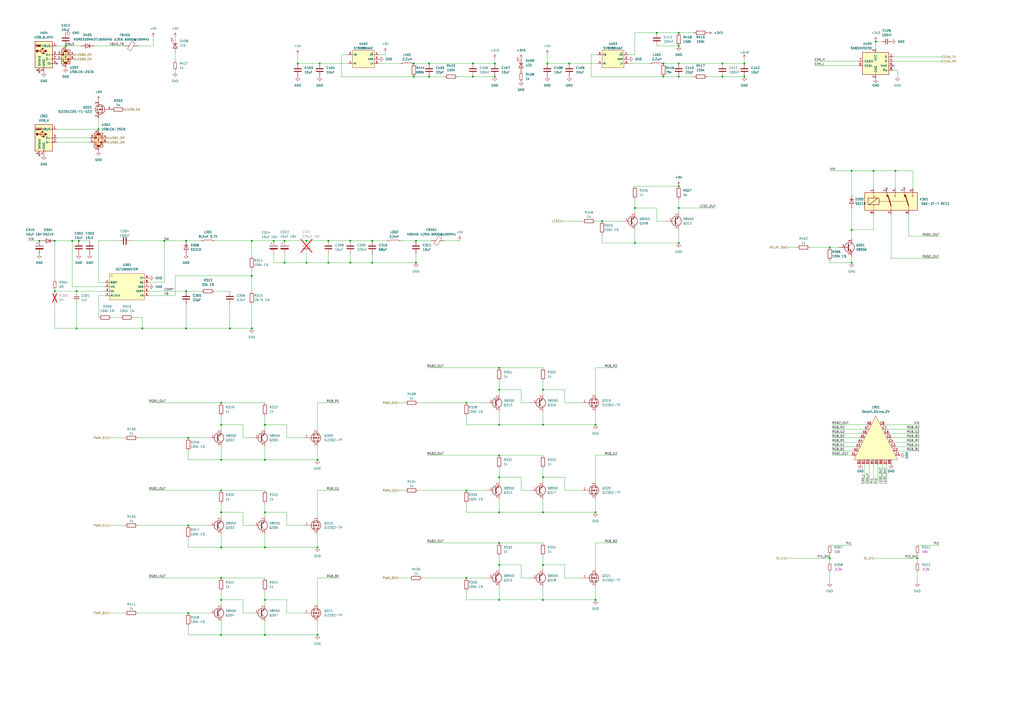
<source format=kicad_sch>
(kicad_sch (version 20231120) (generator "eeschema") (generator_version "8.0")
  (paper "A2")
  (junction (at 128.27 347.98))
  (junction (at 393.7 140.97))
  (junction (at 368.3 120.65))
  (junction (at 153.67 266.7))
  (junction (at 289.56 297.18))
  (junction (at 82.55 190.5))
  (junction (at 393.7 36.83))
  (junction (at 190.5 139.7))
  (junction (at 215.9 139.7))
  (junction (at 345.44 347.98))
  (junction (at 314.96 347.98))
  (junction (at 419.1 44.45))
  (junction (at 215.9 152.4))
  (junction (at 203.2 152.4))
  (junction (at 165.1 139.7))
  (junction (at 287.02 36.83))
  (junction (at 289.56 276.86))
  (junction (at 274.32 44.45))
  (junction (at 31.75 139.7))
  (junction (at 270.51 233.68))
  (junction (at 381 19.05))
  (junction (at 107.95 139.7))
  (junction (at 393.7 26.67))
  (junction (at 45.72 139.7))
  (junction (at 289.56 213.36))
  (junction (at 274.32 36.83))
  (junction (at 41.91 139.7))
  (junction (at 494.03 99.06))
  (junction (at 190.5 152.4))
  (junction (at 330.2 36.83))
  (junction (at 158.75 139.7))
  (junction (at 317.5 36.83))
  (junction (at 128.27 266.7))
  (junction (at 95.25 139.7))
  (junction (at 345.44 246.38))
  (junction (at 248.92 36.83))
  (junction (at 240.03 36.83))
  (junction (at 31.75 168.91))
  (junction (at 506.73 99.06))
  (junction (at 146.05 139.7))
  (junction (at 38.1 26.67))
  (junction (at 287.02 44.45))
  (junction (at 289.56 226.06))
  (junction (at 128.27 297.18))
  (junction (at 384.81 44.45))
  (junction (at 393.7 44.45))
  (junction (at 109.22 304.8))
  (junction (at 128.27 246.38))
  (junction (at 165.1 152.4))
  (junction (at 368.3 140.97))
  (junction (at 185.42 36.83))
  (junction (at 133.35 190.5))
  (junction (at 494.03 152.4))
  (junction (at 153.67 297.18))
  (junction (at 172.72 36.83))
  (junction (at 146.05 160.02))
  (junction (at 481.33 323.85))
  (junction (at 44.45 190.5))
  (junction (at 270.51 335.28))
  (junction (at 184.15 368.3))
  (junction (at 153.67 246.38))
  (junction (at 107.95 190.5))
  (junction (at 393.7 120.65))
  (junction (at 289.56 264.16))
  (junction (at 44.45 168.91))
  (junction (at 532.13 323.85))
  (junction (at 393.7 107.95))
  (junction (at 128.27 335.28))
  (junction (at 146.05 190.5))
  (junction (at 384.81 36.83))
  (junction (at 109.22 355.6))
  (junction (at 393.7 19.05))
  (junction (at 349.25 128.27))
  (junction (at 128.27 233.68))
  (junction (at 128.27 317.5))
  (junction (at 109.22 254))
  (junction (at 57.15 74.93))
  (junction (at 314.96 327.66))
  (junction (at 508 24.13))
  (junction (at 289.56 327.66))
  (junction (at 240.03 44.45))
  (junction (at 289.56 246.38))
  (junction (at 184.15 317.5))
  (junction (at 153.67 368.3))
  (junction (at 314.96 276.86))
  (junction (at 128.27 368.3))
  (junction (at 289.56 347.98))
  (junction (at 107.95 168.91))
  (junction (at 248.92 44.45))
  (junction (at 519.43 99.06))
  (junction (at 153.67 347.98))
  (junction (at 241.3 139.7))
  (junction (at 345.44 297.18))
  (junction (at 177.8 139.7))
  (junction (at 494.03 133.35))
  (junction (at 153.67 317.5))
  (junction (at 128.27 284.48))
  (junction (at 289.56 314.96))
  (junction (at 177.8 152.4))
  (junction (at 431.8 36.83))
  (junction (at 203.2 139.7))
  (junction (at 22.86 139.7))
  (junction (at 314.96 246.38))
  (junction (at 431.8 44.45))
  (junction (at 241.3 152.4))
  (junction (at 314.96 226.06))
  (junction (at 270.51 284.48))
  (junction (at 481.33 143.51))
  (junction (at 419.1 36.83))
  (junction (at 184.15 266.7))
  (junction (at 314.96 297.18))
  (no_connect (at 518.16 38.1))
  (no_connect (at 22.86 41.91))
  (no_connect (at 33.02 36.83))
  (no_connect (at 524.51 109.22))
  (no_connect (at 514.35 109.22))
  (no_connect (at 22.86 90.17))
  (wire (pts (xy 184.15 309.88) (xy 184.15 317.5)))
  (wire (pts (xy 345.44 228.6) (xy 345.44 213.36)))
  (wire (pts (xy 107.95 190.5) (xy 107.95 176.53)))
  (wire (pts (xy 109.22 254) (xy 120.65 254)))
  (wire (pts (xy 516.89 149.86) (xy 516.89 124.46)))
  (wire (pts (xy 289.56 340.36) (xy 289.56 347.98)))
  (wire (pts (xy 368.3 133.35) (xy 368.3 140.97)))
  (wire (pts (xy 511.81 24.13) (xy 508 24.13)))
  (wire (pts (xy 527.05 137.16) (xy 527.05 124.46)))
  (wire (pts (xy 240.03 44.45) (xy 248.92 44.45)))
  (wire (pts (xy 190.5 139.7) (xy 203.2 139.7)))
  (wire (pts (xy 482.6 264.16) (xy 494.03 264.16)))
  (wire (pts (xy 95.25 139.7) (xy 107.95 139.7)))
  (wire (pts (xy 314.96 340.36) (xy 314.96 347.98)))
  (wire (pts (xy 506.73 99.06) (xy 519.43 99.06)))
  (wire (pts (xy 231.14 335.28) (xy 237.49 335.28)))
  (wire (pts (xy 349.25 140.97) (xy 349.25 135.89)))
  (wire (pts (xy 482.6 261.62) (xy 495.3 261.62)))
  (wire (pts (xy 345.44 330.2) (xy 345.44 314.96)))
  (wire (pts (xy 16.51 139.7) (xy 22.86 139.7)))
  (wire (pts (xy 153.67 360.68) (xy 153.67 368.3)))
  (wire (pts (xy 215.9 147.32) (xy 215.9 152.4)))
  (wire (pts (xy 533.4 254) (xy 516.89 254)))
  (wire (pts (xy 506.73 133.35) (xy 506.73 124.46)))
  (wire (pts (xy 128.27 246.38) (xy 128.27 241.3)))
  (wire (pts (xy 153.67 246.38) (xy 153.67 248.92)))
  (wire (pts (xy 146.05 190.5) (xy 146.05 176.53)))
  (wire (pts (xy 153.67 347.98) (xy 153.67 350.52)))
  (wire (pts (xy 317.5 31.75) (xy 317.5 36.83)))
  (wire (pts (xy 469.9 143.51) (xy 481.33 143.51)))
  (wire (pts (xy 533.4 251.46) (xy 515.62 251.46)))
  (wire (pts (xy 166.37 304.8) (xy 176.53 304.8)))
  (wire (pts (xy 153.67 297.18) (xy 166.37 297.18)))
  (wire (pts (xy 247.65 213.36) (xy 289.56 213.36)))
  (wire (pts (xy 31.75 175.26) (xy 31.75 190.5)))
  (wire (pts (xy 314.96 238.76) (xy 314.96 246.38)))
  (wire (pts (xy 107.95 139.7) (xy 116.84 139.7)))
  (wire (pts (xy 86.36 233.68) (xy 128.27 233.68)))
  (wire (pts (xy 140.97 254) (xy 140.97 246.38)))
  (wire (pts (xy 101.6 171.45) (xy 101.6 160.02)))
  (wire (pts (xy 481.33 151.13) (xy 481.33 152.4)))
  (wire (pts (xy 63.5 304.8) (xy 72.39 304.8)))
  (wire (pts (xy 342.9 44.45) (xy 342.9 31.75)))
  (wire (pts (xy 431.8 44.45) (xy 419.1 44.45)))
  (wire (pts (xy 63.5 254) (xy 72.39 254)))
  (wire (pts (xy 165.1 147.32) (xy 165.1 152.4)))
  (wire (pts (xy 80.01 304.8) (xy 109.22 304.8)))
  (wire (pts (xy 494.03 99.06) (xy 506.73 99.06)))
  (wire (pts (xy 124.46 139.7) (xy 146.05 139.7)))
  (wire (pts (xy 289.56 264.16) (xy 314.96 264.16)))
  (wire (pts (xy 88.9 26.67) (xy 80.01 26.67)))
  (wire (pts (xy 533.4 256.54) (xy 518.16 256.54)))
  (wire (pts (xy 57.15 74.93) (xy 33.02 74.93)))
  (wire (pts (xy 327.66 335.28) (xy 337.82 335.28)))
  (wire (pts (xy 482.6 246.38) (xy 502.92 246.38)))
  (wire (pts (xy 248.92 44.45) (xy 257.81 44.45)))
  (wire (pts (xy 128.27 347.98) (xy 128.27 350.52)))
  (wire (pts (xy 393.7 19.05) (xy 402.59 19.05)))
  (wire (pts (xy 307.34 284.48) (xy 302.26 284.48)))
  (wire (pts (xy 345.44 340.36) (xy 345.44 347.98)))
  (wire (pts (xy 345.44 264.16) (xy 358.14 264.16)))
  (wire (pts (xy 368.3 107.95) (xy 393.7 107.95)))
  (wire (pts (xy 327.66 284.48) (xy 337.82 284.48)))
  (wire (pts (xy 345.44 314.96) (xy 358.14 314.96)))
  (wire (pts (xy 501.65 269.24) (xy 501.65 280.67)))
  (wire (pts (xy 518.16 35.56) (xy 546.1 35.56)))
  (wire (pts (xy 31.75 167.64) (xy 31.75 168.91)))
  (wire (pts (xy 165.1 152.4) (xy 177.8 152.4)))
  (wire (pts (xy 60.96 171.45) (xy 57.15 171.45)))
  (wire (pts (xy 384.81 36.83) (xy 393.7 36.83)))
  (wire (pts (xy 153.67 266.7) (xy 128.27 266.7)))
  (wire (pts (xy 109.22 355.6) (xy 120.65 355.6)))
  (wire (pts (xy 345.44 238.76) (xy 345.44 246.38)))
  (wire (pts (xy 302.26 226.06) (xy 289.56 226.06)))
  (wire (pts (xy 44.45 175.26) (xy 44.45 190.5)))
  (wire (pts (xy 509.27 269.24) (xy 509.27 280.67)))
  (wire (pts (xy 153.67 317.5) (xy 128.27 317.5)))
  (wire (pts (xy 146.05 304.8) (xy 140.97 304.8)))
  (wire (pts (xy 345.44 128.27) (xy 349.25 128.27)))
  (wire (pts (xy 393.7 140.97) (xy 368.3 140.97)))
  (wire (pts (xy 203.2 152.4) (xy 215.9 152.4)))
  (wire (pts (xy 302.26 327.66) (xy 289.56 327.66)))
  (wire (pts (xy 128.27 297.18) (xy 128.27 292.1)))
  (wire (pts (xy 166.37 246.38) (xy 166.37 254)))
  (wire (pts (xy 153.67 297.18) (xy 153.67 299.72)))
  (wire (pts (xy 532.13 331.47) (xy 532.13 337.82)))
  (wire (pts (xy 198.12 31.75) (xy 201.93 31.75)))
  (wire (pts (xy 107.95 190.5) (xy 133.35 190.5)))
  (wire (pts (xy 153.67 347.98) (xy 153.67 342.9)))
  (wire (pts (xy 232.41 139.7) (xy 241.3 139.7)))
  (wire (pts (xy 223.52 31.75) (xy 219.71 31.75)))
  (wire (pts (xy 289.56 327.66) (xy 289.56 330.2)))
  (wire (pts (xy 270.51 347.98) (xy 270.51 342.9)))
  (wire (pts (xy 128.27 317.5) (xy 109.22 317.5)))
  (wire (pts (xy 86.36 335.28) (xy 128.27 335.28)))
  (wire (pts (xy 153.67 259.08) (xy 153.67 266.7)))
  (wire (pts (xy 153.67 347.98) (xy 166.37 347.98)))
  (wire (pts (xy 31.75 168.91) (xy 31.75 170.18)))
  (wire (pts (xy 270.51 233.68) (xy 281.94 233.68)))
  (wire (pts (xy 270.51 246.38) (xy 270.51 241.3)))
  (wire (pts (xy 518.16 40.64) (xy 520.7 40.64)))
  (wire (pts (xy 314.96 327.66) (xy 314.96 322.58)))
  (wire (pts (xy 455.93 323.85) (xy 481.33 323.85)))
  (wire (pts (xy 289.56 276.86) (xy 289.56 279.4)))
  (wire (pts (xy 307.34 335.28) (xy 302.26 335.28)))
  (wire (pts (xy 128.27 335.28) (xy 153.67 335.28)))
  (wire (pts (xy 302.26 276.86) (xy 289.56 276.86)))
  (wire (pts (xy 410.21 44.45) (xy 419.1 44.45)))
  (wire (pts (xy 166.37 297.18) (xy 166.37 304.8)))
  (wire (pts (xy 219.71 36.83) (xy 232.41 36.83)))
  (wire (pts (xy 533.4 261.62) (xy 520.7 261.62)))
  (wire (pts (xy 101.6 40.64) (xy 101.6 41.91)))
  (wire (pts (xy 314.96 297.18) (xy 345.44 297.18)))
  (wire (pts (xy 532.13 323.85) (xy 532.13 326.39)))
  (wire (pts (xy 153.67 317.5) (xy 184.15 317.5)))
  (wire (pts (xy 289.56 297.18) (xy 270.51 297.18)))
  (wire (pts (xy 364.49 31.75) (xy 368.3 31.75)))
  (wire (pts (xy 128.27 233.68) (xy 153.67 233.68)))
  (wire (pts (xy 128.27 297.18) (xy 128.27 299.72)))
  (wire (pts (xy 140.97 355.6) (xy 140.97 347.98)))
  (wire (pts (xy 41.91 166.37) (xy 41.91 139.7)))
  (wire (pts (xy 314.96 347.98) (xy 345.44 347.98)))
  (wire (pts (xy 44.45 168.91) (xy 44.45 170.18)))
  (wire (pts (xy 77.47 184.15) (xy 82.55 184.15)))
  (wire (pts (xy 247.65 264.16) (xy 289.56 264.16)))
  (wire (pts (xy 457.2 143.51) (xy 462.28 143.51)))
  (wire (pts (xy 419.1 36.83) (xy 431.8 36.83)))
  (wire (pts (xy 381 26.67) (xy 393.7 26.67)))
  (wire (pts (xy 64.77 184.15) (xy 69.85 184.15)))
  (wire (pts (xy 128.27 284.48) (xy 153.67 284.48)))
  (wire (pts (xy 472.44 38.1) (xy 497.84 38.1)))
  (wire (pts (xy 241.3 139.7) (xy 250.19 139.7)))
  (wire (pts (xy 384.81 44.45) (xy 342.9 44.45)))
  (wire (pts (xy 248.92 36.83) (xy 274.32 36.83)))
  (wire (pts (xy 520.7 40.64) (xy 520.7 44.45)))
  (wire (pts (xy 289.56 238.76) (xy 289.56 246.38)))
  (wire (pts (xy 494.03 133.35) (xy 506.73 133.35)))
  (wire (pts (xy 57.15 163.83) (xy 57.15 139.7)))
  (wire (pts (xy 128.27 360.68) (xy 128.27 368.3)))
  (wire (pts (xy 494.03 120.65) (xy 494.03 133.35)))
  (wire (pts (xy 431.8 34.29) (xy 431.8 36.83)))
  (wire (pts (xy 481.33 316.23) (xy 494.03 316.23)))
  (wire (pts (xy 184.15 360.68) (xy 184.15 368.3)))
  (wire (pts (xy 314.96 276.86) (xy 314.96 271.78)))
  (wire (pts (xy 153.67 368.3) (xy 184.15 368.3)))
  (wire (pts (xy 153.67 266.7) (xy 184.15 266.7)))
  (wire (pts (xy 393.7 36.83) (xy 419.1 36.83)))
  (wire (pts (xy 532.13 316.23) (xy 544.83 316.23)))
  (wire (pts (xy 95.25 163.83) (xy 95.25 139.7)))
  (wire (pts (xy 289.56 327.66) (xy 289.56 322.58)))
  (wire (pts (xy 247.65 314.96) (xy 289.56 314.96)))
  (wire (pts (xy 31.75 139.7) (xy 41.91 139.7)))
  (wire (pts (xy 158.75 147.32) (xy 158.75 152.4)))
  (wire (pts (xy 80.01 254) (xy 109.22 254)))
  (wire (pts (xy 289.56 246.38) (xy 270.51 246.38)))
  (wire (pts (xy 314.96 246.38) (xy 345.44 246.38)))
  (wire (pts (xy 265.43 44.45) (xy 274.32 44.45)))
  (wire (pts (xy 31.75 168.91) (xy 44.45 168.91)))
  (wire (pts (xy 190.5 147.32) (xy 190.5 152.4)))
  (wire (pts (xy 153.67 246.38) (xy 166.37 246.38)))
  (wire (pts (xy 274.32 36.83) (xy 287.02 36.83)))
  (wire (pts (xy 198.12 44.45) (xy 198.12 31.75)))
  (wire (pts (xy 317.5 36.83) (xy 330.2 36.83)))
  (wire (pts (xy 326.39 128.27) (xy 337.82 128.27)))
  (wire (pts (xy 133.35 190.5) (xy 133.35 176.53)))
  (wire (pts (xy 381 120.65) (xy 368.3 120.65)))
  (wire (pts (xy 345.44 289.56) (xy 345.44 297.18)))
  (wire (pts (xy 527.05 137.16) (xy 544.83 137.16)))
  (wire (pts (xy 57.15 139.7) (xy 68.58 139.7)))
  (wire (pts (xy 270.51 297.18) (xy 270.51 292.1)))
  (wire (pts (xy 481.33 321.31) (xy 481.33 323.85)))
  (wire (pts (xy 314.96 226.06) (xy 314.96 228.6)))
  (wire (pts (xy 101.6 30.48) (xy 101.6 35.56)))
  (wire (pts (xy 184.15 335.28) (xy 196.85 335.28)))
  (wire (pts (xy 289.56 289.56) (xy 289.56 297.18)))
  (wire (pts (xy 128.27 309.88) (xy 128.27 317.5)))
  (wire (pts (xy 270.51 284.48) (xy 281.94 284.48)))
  (wire (pts (xy 231.14 284.48) (xy 234.95 284.48)))
  (wire (pts (xy 57.15 171.45) (xy 57.15 184.15)))
  (wire (pts (xy 287.02 34.29) (xy 287.02 36.83)))
  (wire (pts (xy 31.75 190.5) (xy 44.45 190.5)))
  (wire (pts (xy 109.22 266.7) (xy 109.22 261.62)))
  (wire (pts (xy 289.56 213.36) (xy 314.96 213.36)))
  (wire (pts (xy 302.26 335.28) (xy 302.26 327.66)))
  (wire (pts (xy 240.03 44.45) (xy 198.12 44.45)))
  (wire (pts (xy 172.72 36.83) (xy 185.42 36.83)))
  (wire (pts (xy 44.45 190.5) (xy 82.55 190.5)))
  (wire (pts (xy 482.6 248.92) (xy 501.65 248.92)))
  (wire (pts (xy 519.43 99.06) (xy 529.59 99.06)))
  (wire (pts (xy 327.66 276.86) (xy 327.66 284.48)))
  (wire (pts (xy 86.36 163.83) (xy 95.25 163.83)))
  (wire (pts (xy 494.03 133.35) (xy 494.03 138.43)))
  (wire (pts (xy 314.96 226.06) (xy 327.66 226.06)))
  (wire (pts (xy 506.73 99.06) (xy 506.73 109.22)))
  (wire (pts (xy 314.96 289.56) (xy 314.96 297.18)))
  (wire (pts (xy 289.56 347.98) (xy 270.51 347.98)))
  (wire (pts (xy 146.05 160.02) (xy 146.05 168.91)))
  (wire (pts (xy 140.97 297.18) (xy 128.27 297.18)))
  (wire (pts (xy 128.27 347.98) (xy 128.27 342.9)))
  (wire (pts (xy 128.27 259.08) (xy 128.27 266.7)))
  (wire (pts (xy 481.33 331.47) (xy 481.33 337.82)))
  (wire (pts (xy 140.97 246.38) (xy 128.27 246.38)))
  (wire (pts (xy 544.83 149.86) (xy 516.89 149.86)))
  (wire (pts (xy 482.6 256.54) (xy 497.84 256.54)))
  (wire (pts (xy 88.9 21.59) (xy 88.9 26.67)))
  (wire (pts (xy 133.35 190.5) (xy 146.05 190.5)))
  (wire (pts (xy 190.5 152.4) (xy 203.2 152.4)))
  (wire (pts (xy 241.3 152.4) (xy 241.3 147.32)))
  (wire (pts (xy 506.73 323.85) (xy 532.13 323.85)))
  (wire (pts (xy 481.33 143.51) (xy 486.41 143.51)))
  (wire (pts (xy 518.16 33.02) (xy 546.1 33.02)))
  (wire (pts (xy 33.02 80.01) (xy 52.07 80.01)))
  (wire (pts (xy 146.05 254) (xy 140.97 254)))
  (wire (pts (xy 482.6 259.08) (xy 496.57 259.08)))
  (wire (pts (xy 314.96 297.18) (xy 289.56 297.18)))
  (wire (pts (xy 482.6 254) (xy 499.11 254)))
  (wire (pts (xy 381 128.27) (xy 381 120.65)))
  (wire (pts (xy 231.14 233.68) (xy 234.95 233.68)))
  (wire (pts (xy 257.81 139.7) (xy 266.7 139.7)))
  (wire (pts (xy 215.9 152.4) (xy 241.3 152.4)))
  (wire (pts (xy 38.1 26.67) (xy 46.99 26.67)))
  (wire (pts (xy 146.05 139.7) (xy 158.75 139.7)))
  (wire (pts (xy 345.44 279.4) (xy 345.44 264.16)))
  (wire (pts (xy 314.96 327.66) (xy 314.96 330.2)))
  (wire (pts (xy 215.9 139.7) (xy 224.79 139.7)))
  (wire (pts (xy 128.27 266.7) (xy 109.22 266.7)))
  (wire (pts (xy 245.11 335.28) (xy 270.51 335.28)))
  (wire (pts (xy 146.05 139.7) (xy 146.05 148.59)))
  (wire (pts (xy 57.15 68.58) (xy 57.15 74.93)))
  (wire (pts (xy 153.67 246.38) (xy 153.67 241.3)))
  (wire (pts (xy 302.26 284.48) (xy 302.26 276.86)))
  (wire (pts (xy 345.44 213.36) (xy 358.14 213.36)))
  (wire (pts (xy 533.4 259.08) (xy 519.43 259.08)))
  (wire (pts (xy 128.27 368.3) (xy 109.22 368.3)))
  (wire (pts (xy 223.52 30.48) (xy 223.52 31.75)))
  (wire (pts (xy 107.95 168.91) (xy 116.84 168.91)))
  (wire (pts (xy 128.27 246.38) (xy 128.27 248.92)))
  (wire (pts (xy 203.2 139.7) (xy 215.9 139.7)))
  (wire (pts (xy 481.33 99.06) (xy 494.03 99.06)))
  (wire (pts (xy 511.81 269.24) (xy 511.81 280.67)))
  (wire (pts (xy 86.36 171.45) (xy 101.6 171.45)))
  (wire (pts (xy 289.56 226.06) (xy 289.56 228.6)))
  (wire (pts (xy 327.66 327.66) (xy 327.66 335.28)))
  (wire (pts (xy 368.3 31.75) (xy 368.3 19.05)))
  (wire (pts (xy 242.57 284.48) (xy 270.51 284.48)))
  (wire (pts (xy 166.37 347.98) (xy 166.37 355.6)))
  (wire (pts (xy 109.22 304.8) (xy 120.65 304.8)))
  (wire (pts (xy 302.26 233.68) (xy 302.26 226.06)))
  (wire (pts (xy 314.96 347.98) (xy 289.56 347.98)))
  (wire (pts (xy 177.8 152.4) (xy 190.5 152.4)))
  (wire (pts (xy 140.97 347.98) (xy 128.27 347.98)))
  (wire (pts (xy 184.15 284.48) (xy 196.85 284.48)))
  (wire (pts (xy 80.01 355.6) (xy 109.22 355.6)))
  (wire (pts (xy 481.33 323.85) (xy 481.33 326.39)))
  (wire (pts (xy 506.73 269.24) (xy 506.73 280.67)))
  (wire (pts (xy 393.7 120.65) (xy 393.7 123.19)))
  (wire (pts (xy 177.8 147.32) (xy 177.8 152.4)))
  (wire (pts (xy 532.13 321.31) (xy 532.13 323.85)))
  (wire (pts (xy 140.97 304.8) (xy 140.97 297.18)))
  (wire (pts (xy 393.7 44.45) (xy 402.59 44.45)))
  (wire (pts (xy 166.37 355.6) (xy 176.53 355.6)))
  (wire (pts (xy 184.15 248.92) (xy 184.15 233.68)))
  (wire (pts (xy 153.67 309.88) (xy 153.67 317.5)))
  (wire (pts (xy 529.59 99.06) (xy 529.59 109.22)))
  (wire (pts (xy 86.36 284.48) (xy 128.27 284.48)))
  (wire (pts (xy 307.34 233.68) (xy 302.26 233.68)))
  (wire (pts (xy 63.5 355.6) (xy 72.39 355.6)))
  (wire (pts (xy 270.51 335.28) (xy 281.94 335.28)))
  (wire (pts (xy 472.44 35.56) (xy 497.84 35.56)))
  (wire (pts (xy 86.36 168.91) (xy 107.95 168.91)))
  (wire (pts (xy 368.3 19.05) (xy 381 19.05)))
  (wire (pts (xy 342.9 31.75) (xy 346.71 31.75)))
  (wire (pts (xy 153.67 368.3) (xy 128.27 368.3)))
  (wire (pts (xy 393.7 120.65) (xy 415.29 120.65)))
  (wire (pts (xy 393.7 133.35) (xy 393.7 140.97)))
  (wire (pts (xy 330.2 36.83) (xy 346.71 36.83)))
  (wire (pts (xy 514.35 269.24) (xy 514.35 280.67)))
  (wire (pts (xy 33.02 26.67) (xy 38.1 26.67)))
  (wire (pts (xy 158.75 139.7) (xy 165.1 139.7)))
  (wire (pts (xy 368.3 140.97) (xy 349.25 140.97)))
  (wire (pts (xy 533.4 246.38) (xy 513.08 246.38)))
  (wire (pts (xy 314.96 246.38) (xy 289.56 246.38)))
  (wire (pts (xy 384.81 44.45) (xy 393.7 44.45)))
  (wire (pts (xy 289.56 276.86) (xy 289.56 271.78)))
  (wire (pts (xy 31.75 139.7) (xy 31.75 162.56)))
  (wire (pts (xy 349.25 128.27) (xy 360.68 128.27)))
  (wire (pts (xy 165.1 139.7) (xy 177.8 139.7)))
  (wire (pts (xy 146.05 156.21) (xy 146.05 160.02)))
  (wire (pts (xy 45.72 139.7) (xy 52.07 139.7)))
  (wire (pts (xy 494.03 99.06) (xy 494.03 113.03)))
  (wire (pts (xy 203.2 147.32) (xy 203.2 152.4)))
  (wire (pts (xy 287.02 44.45) (xy 274.32 44.45)))
  (wire (pts (xy 184.15 259.08) (xy 184.15 266.7)))
  (wire (pts (xy 184.15 350.52) (xy 184.15 335.28)))
  (wire (pts (xy 314.96 327.66) (xy 327.66 327.66)))
  (wire (pts (xy 242.57 233.68) (xy 270.51 233.68)))
  (wire (pts (xy 482.6 251.46) (xy 500.38 251.46)))
  (wire (pts (xy 314.96 226.06) (xy 314.96 220.98)))
  (wire (pts (xy 41.91 139.7) (xy 45.72 139.7)))
  (wire (pts (xy 177.8 139.7) (xy 190.5 139.7)))
  (wire (pts (xy 327.66 226.06) (xy 327.66 233.68)))
  (wire (pts (xy 533.4 248.92) (xy 514.35 248.92)))
  (wire (pts (xy 481.33 152.4) (xy 494.03 152.4)))
  (wire (pts (xy 172.72 31.75) (xy 172.72 36.83)))
  (wire (pts (xy 364.49 36.83) (xy 377.19 36.83)))
  (wire (pts (xy 101.6 160.02) (xy 146.05 160.02)))
  (wire (pts (xy 54.61 26.67) (xy 72.39 26.67)))
  (wire (pts (xy 314.96 276.86) (xy 327.66 276.86)))
  (wire (pts (xy 368.3 120.65) (xy 368.3 123.19)))
  (wire (pts (xy 109.22 368.3) (xy 109.22 363.22)))
  (wire (pts (xy 240.03 36.83) (xy 248.92 36.83)))
  (wire (pts (xy 381 19.05) (xy 393.7 19.05)))
  (wire (pts (xy 124.46 168.91) (xy 133.35 168.91)))
  (wire (pts (xy 289.56 314.96) (xy 314.96 314.96)))
  (wire (pts (xy 146.05 355.6) (xy 140.97 355.6)))
  (wire (pts (xy 386.08 128.27) (xy 381 128.27)))
  (wire (pts (xy 184.15 299.72) (xy 184.15 284.48)))
  (wire (pts (xy 82.55 190.5) (xy 107.95 190.5)))
  (wire (pts (xy 368.3 120.65) (xy 368.3 115.57)))
  (wire (pts (xy 393.7 115.57) (xy 393.7 120.65)))
  (wire (pts (xy 504.19 269.24) (xy 504.19 280.67)))
  (wire (pts (xy 109.22 317.5) (xy 109.22 312.42)))
  (wire (pts (xy 82.55 184.15) (xy 82.55 190.5)))
  (wire (pts (xy 44.45 168.91) (xy 60.96 168.91)))
  (wire (pts (xy 519.43 99.06) (xy 519.43 109.22)))
  (wire (pts (xy 185.42 36.83) (xy 201.93 36.83)))
  (wire (pts (xy 101.6 21.59) (xy 101.6 22.86)))
  (wire (pts (xy 22.86 139.7) (xy 24.13 139.7)))
  (wire (pts (xy 508 24.13) (xy 508 27.94)))
  (wire (pts (xy 60.96 163.83) (xy 57.15 163.83)))
  (wire (pts (xy 95.25 139.7) (xy 76.2 139.7)))
  (wire (pts (xy 166.37 254) (xy 176.53 254)))
  (wire (pts (xy 314.96 276.86) (xy 314.96 279.4)))
  (wire (pts (xy 184.15 233.68) (xy 196.85 233.68)))
  (wire (pts (xy 289.56 226.06) (xy 289.56 220.98)))
  (wire (pts (xy 158.75 152.4) (xy 165.1 152.4)))
  (wire (pts (xy 60.96 166.37) (xy 41.91 166.37)))
  (wire (pts (xy 494.03 148.59) (xy 494.03 152.4)))
  (wire (pts (xy 327.66 233.68) (xy 337.82 233.68)))
  (wire (pts (xy 33.02 82.55) (xy 52.07 82.55)))
  (wire (pts (xy 153.67 297.18) (xy 153.67 292.1)))
  (label "RGB_B2" (at 533.4 254 180))
  (label "RGB_R1" (at 533.4 256.54 180))
  (label "RGB_G2" (at 358.14 264.16 180))
  (label "VIN" (at 16.51 139.7 0))
  (label "RGB_B2" (at 358.14 314.96 180))
  (label "RGB1_OUT" (at 544.83 137.16 180))
  (label "RGB_R1" (at 482.6 256.54 0))
  (label "LEDC_OUT" (at 514.35 280.67 90))
  (label "PI2" (at 509.27 280.67 90))
  (label "RGB_G2" (at 482.6 251.46 0))
  (label "RGB2_OUT" (at 482.6 246.38 0))
  (label "RGB_B1" (at 482.6 261.62 0))
  (label "RGB_G1" (at 533.4 259.08 180))
  (label "RGB_B2" (at 482.6 254 0))
  (label "VBUS" (at 38.1 26.67 0))
  (label "RGB_R2" (at 482.6 248.92 0))
  (label "PI1" (at 494.03 316.23 180))
  (label "PI1" (at 506.73 280.67 90))
  (label "RGB2_OUT" (at 247.65 213.36 0))
  (label "VBUS_FB" (at 63.5 26.67 0))
  (label "PI1_DIV" (at 481.33 323.85 180) (property "Netclass" "GPIO" (effects (hide yes))))
  (label "RGB1_OUT" (at 482.6 264.16 0))
  (label "RGB_B1" (at 196.85 335.28 180))
  (label "RGB2_OUT" (at 544.83 149.86 180))
  (label "CAN_L" (at 472.44 38.1 0))
  (label "RGB_G1" (at 482.6 259.08 0))
  (label "CAN_H" (at 472.44 35.56 0))
  (label "RGB_R2" (at 358.14 213.36 180))
  (label "PI2_DIV" (at 532.13 323.85 180) (property "Netclass" "GPIO" (effects (hide yes))))
  (label "VIN" (at 533.4 246.38 180))
  (label "SW" (at 95.25 139.7 0))
  (label "LEDC_OUT" (at 511.81 280.67 90))
  (label "RGB_R2" (at 533.4 248.92 180))
  (label "RGB1_OUT" (at 86.36 335.28 0))
  (label "RGB2_OUT" (at 247.65 264.16 0))
  (label "RGB_R1" (at 196.85 233.68 180))
  (label "VIN" (at 481.33 99.06 0))
  (label "RGB_G2" (at 533.4 251.46 180))
  (label "RGB1_OUT" (at 86.36 284.48 0))
  (label "RGB2_OUT" (at 247.65 314.96 0))
  (label "FB" (at 95.25 171.45 0))
  (label "PI2" (at 544.83 316.23 180))
  (label "LEDC_OUT" (at 415.29 120.65 180))
  (label "RGB_B1" (at 533.4 261.62 180))
  (label "RGB1_OUT" (at 86.36 233.68 0))
  (label "COMP" (at 95.25 168.91 0))
  (label "CAN_H" (at 504.19 280.67 90))
  (label "RGB_G1" (at 196.85 284.48 180))
  (label "CAN_L" (at 501.65 280.67 90))
  (hierarchical_label "CAN_TX" (shape input) (at 546.1 33.02 0))
  (hierarchical_label "PWM_B1" (shape input) (at 63.5 355.6 180))
  (hierarchical_label "USB1_DP" (shape bidirectional) (at 62.23 80.01 0))
  (hierarchical_label "LEDC" (shape input) (at 326.39 128.27 180))
  (hierarchical_label "USB_SW" (shape input) (at 72.39 63.5 0))
  (hierarchical_label "USB1_DN" (shape bidirectional) (at 62.23 82.55 0))
  (hierarchical_label "PWM_R1" (shape input) (at 63.5 254 180))
  (hierarchical_label "PWM_B2" (shape input) (at 231.14 335.28 180))
  (hierarchical_label "DI_1" (shape output) (at 455.93 323.85 180))
  (hierarchical_label "USB0_DN" (shape bidirectional) (at 43.18 34.29 0))
  (hierarchical_label "PWM_G1" (shape input) (at 63.5 304.8 180))
  (hierarchical_label "DI_2" (shape output) (at 506.73 323.85 180))
  (hierarchical_label "PWM_G2" (shape input) (at 231.14 284.48 180))
  (hierarchical_label "CAN_RX" (shape output) (at 546.1 35.56 0))
  (hierarchical_label "PWM_R2" (shape input) (at 231.14 233.68 180))
  (hierarchical_label "RELAY_SW" (shape input) (at 457.2 143.51 180))
  (hierarchical_label "USB0_DP" (shape bidirectional) (at 43.18 31.75 0))
  (symbol (lib_id "power:GND") (at 532.13 337.82 0) (unit 1)
    (property "Reference" "#PWR0311" (effects (hide yes)))
    (property "Value" "GND" (at 532.13 342.9 0))
  )
  (symbol (lib_id "Device:D") (at 50.8 26.67 180) (unit 1)
    (property "Reference" "D405" (at 50.8 20.32 0))
    (property "Value" "NSR0320MW2T1G" (at 50.8 22.86 0))
    (property "Footprint" "Diode_SMD:D_SOD-323" (effects (hide yes)))
    (property "Sim.Device" "D" (effects (hide yes)))
    (property "Sim.Pins" "1=K 2=A" (effects (hide yes)))
    (property "LCSC" "C191023" (effects (hide yes)))
    (property "MPN" "1N5819WS" (effects (hide yes)))
  )
  (symbol (lib_id "Device:C") (at 215.9 143.51 0) (unit 1)
    (property "Reference" "C310" (at 219.71 142.24 0) (effects (justify left)))
    (property "Value" "68pF" (at 219.71 144.78 0) (effects (justify left)))
    (property "Footprint" "Capacitor_SMD:C_0603_1608Metric" (effects (hide yes)))
    (property "Datasheet" "https://datasheet.lcsc.com/lcsc/2304140030_Samsung-Electro-Mechanics-CL10C680JB8NNNC_C28262.pdf" (effects (hide yes)))
    (property "LCSC" "C28262" (effects (hide yes)))
    (property "MPN" "CL10C680JB8NNNC" (effects (hide yes)))
  )
  (symbol (lib_id "Device:L") (at 236.22 36.83 90) (unit 1)
    (property "Reference" "L401" (at 236.22 31.75 90))
    (property "Value" "2.2uH" (at 236.22 34.29 90))
    (property "Footprint" "Inductor_LCSC:IND-SMD_L2.0-W1.6_VLS201610CX-150M" (effects (hide yes)))
    (property "LCSC" "C97005" (effects (hide yes)))
    (property "MPN" "WPN201610H2R2MT" (effects (hide yes)))
  )
  (symbol (lib_id "Connector_Aptiv:Delphi_Sicma_24") (at 508 254 0) (unit 1)
    (property "Reference" "J301" (at 508 236.22 0))
    (property "Value" "Delphi_Sicma_24" (at 508 238.76 0))
    (property "Footprint" "Connector_Aptiv:Delphi_Sicma_24_Black" (effects (hide yes)))
    (property "Datasheet" "https://www.mouser.com/datasheet/2/105/24w-1161476.pdf" (effects (hide yes)))
  )
  (symbol (lib_id "Transistor_FET:Si2319CDS") (at 59.69 63.5 0) (mirror y) (unit 1)
    (property "Reference" "Q322" (at 53.34 62.2299 0) (effects (justify left)))
    (property "Value" "SI2301CDS-T1-GE3" (at 53.34 64.7699 0) (effects (justify left)))
    (property "Footprint" "Package_TO_SOT_SMD:SOT-23" (effects (hide yes)))
    (property "Datasheet" "https://datasheet.lcsc.com/lcsc/1808272021_Vishay-Intertech-SI2301CDS-T1-GE3_C10487.pdf" (effects (hide yes)))
    (property "Description" "20V 3.1A 112mΩ@4.5V,2.8A 1V@250uA P Channel" (effects (hide yes)))
    (property "LCSC" "C10487" (effects (hide yes)))
    (property "MPN" "SI2301CDS-T1-GE3" (effects (hide yes)))
  )
  (symbol (lib_id "Device:R") (at 109.22 257.81 0) (unit 1)
    (property "Reference" "R316" (at 110.49 256.54 0) (effects (justify left)))
    (property "Value" "100k 1%" (at 110.49 259.08 0) (effects (justify left)))
    (property "Footprint" "Resistor_SMD:R_0402_1005Metric" (effects (hide yes)))
    (property "Datasheet" "https://datasheet.lcsc.com/lcsc/2206010100_UNI-ROYAL-Uniroyal-Elec-0402WGF1003TCE_C25741.pdf" (effects (hide yes)))
    (property "LCSC" "C25741" (effects (hide yes)))
    (property "MPN" "0402WGF1003TCE" (effects (hide yes)))
  )
  (symbol (lib_id "Device:C") (at 419.1 40.64 0) (unit 1)
    (property "Reference" "C411" (at 422.91 39.37 0) (effects (justify left)))
    (property "Value" "100nF" (at 422.91 41.91 0) (effects (justify left)))
    (property "Footprint" "Capacitor_SMD:C_0402_1005Metric" (effects (hide yes)))
    (property "LCSC" "C307331" (effects (hide yes)))
    (property "MPN" "CL05B104KB54PNC" (effects (hide yes)))
  )
  (symbol (lib_id "power:GND") (at 481.33 337.82 0) (unit 1)
    (property "Reference" "#PWR0305" (effects (hide yes)))
    (property "Value" "GND" (at 481.33 342.9 0))
  )
  (symbol (lib_id "Device:C") (at 248.92 40.64 0) (unit 1)
    (property "Reference" "C405" (at 252.73 39.37 0) (effects (justify left)))
    (property "Value" "22pF" (at 252.73 41.91 0) (effects (justify left)))
    (property "Footprint" "Capacitor_SMD:C_0402_1005Metric" (effects (hide yes)))
    (property "LCSC" "C1555" (effects (hide yes)))
    (property "MPN" "0402CG220J500NT" (effects (hide yes)))
  )
  (symbol (lib_id "Transistor_BJT:BC850") (at 491.49 143.51 0) (unit 1)
    (property "Reference" "Q301" (at 496.57 142.24 0) (effects (justify left)))
    (property "Value" "S8550" (at 496.57 144.78 0) (effects (justify left)))
    (property "Footprint" "Package_TO_SOT_SMD:SOT-23" (effects (hide yes)))
    (property "Datasheet" "https://datasheet.lcsc.com/lcsc/2304140030_Jiangsu-Changjing-Electronics-Technology-Co---Ltd--S8550_C105432.pdf" (effects (hide yes)))
    (property "LCSC" "C105432" (effects (hide yes)))
    (property "MPN" "S8550" (effects (hide yes)))
  )
  (symbol (lib_name "GND_1") (lib_id "power:GND") (at 345.44 246.38 0) (unit 1)
    (property "Reference" "#PWR0321" (effects (hide yes)))
    (property "Value" "GND" (at 345.44 251.46 0))
    (property "Description" "Power symbol creates a global label with name \"GND\" , ground" (effects (hide yes)))
  )
  (symbol (lib_id "power:+5V") (at 57.15 58.42 0) (unit 1)
    (property "Reference" "#PWR0307" (effects (hide yes)))
    (property "Value" "+5V" (at 57.15 53.34 0))
  )
  (symbol (lib_id "Device:C_Small") (at 514.35 24.13 90) (unit 1)
    (property "Reference" "C426" (at 514.3563 17.78 90))
    (property "Value" "100nf" (at 514.3563 20.32 90))
    (property "Footprint" "Capacitor_SMD:C_0402_1005Metric" (effects (hide yes)))
    (property "LCSC" "C307331" (effects (hide yes)))
    (property "MPN" "CL05B104KB54PNC" (effects (hide yes)))
  )
  (symbol (lib_id "power:GND") (at 330.2 44.45 0) (unit 1)
    (property "Reference" "#PWR0419" (effects (hide yes)))
    (property "Value" "GND" (at 330.2 49.53 0))
  )
  (symbol (lib_name "GND_2") (lib_id "power:GND") (at 499.11 269.24 0) (unit 1)
    (property "Reference" "#PWR0325" (effects (hide yes)))
    (property "Value" "GND" (at 499.11 273.304 0))
    (property "Description" "Power symbol creates a global label with name \"GND\" , ground" (effects (hide yes)))
  )
  (symbol (lib_id "power:+5V") (at 317.5 31.75 0) (unit 1)
    (property "Reference" "#PWR0438" (effects (hide yes)))
    (property "Value" "+5V" (at 317.5 26.67 0))
  )
  (symbol (lib_id "power:GND") (at 508 45.72 0) (mirror y) (unit 1)
    (property "Reference" "#PWR0104" (effects (hide yes)))
    (property "Value" "GND" (at 508 49.53 0))
    (instances (project "dtm04" (path "" (reference "#PWR0104") (unit 1))) (project "underglow3" (path "" (reference "#PWR0444") (unit 1))))
  )
  (symbol (lib_id "Transistor_BJT:BC850") (at 151.13 254 0) (mirror x) (unit 1)
    (property "Reference" "Q305" (at 156.21 255.27 0) (effects (justify left)))
    (property "Value" "S8550" (at 156.21 252.73 0) (effects (justify left)))
    (property "Footprint" "Package_TO_SOT_SMD:SOT-23" (effects (hide yes)))
    (property "Datasheet" "https://datasheet.lcsc.com/lcsc/2304140030_Jiangsu-Changjing-Electronics-Technology-Co---Ltd--S8550_C105432.pdf" (effects (hide yes)))
    (property "LCSC" "C105432" (effects (hide yes)))
    (property "MPN" "S8550" (effects (hide yes)))
  )
  (symbol (lib_id "Device:LED") (at 101.6 26.67 270) (unit 1)
    (property "Reference" "D408" (at 104.14 23.8125 90) (effects (justify left)))
    (property "Value" "LED" (at 104.14 26.3525 90) (effects (justify left)))
    (property "Footprint" "LED_SMD:LED_0402_1005Metric" (effects (hide yes)))
    (property "LCSC" "C364556" (effects (hide yes)))
    (property "MPN" "LTST-C281KRKT" (effects (hide yes)))
  )
  (symbol (lib_name "GND_2") (lib_id "power:GND") (at 516.89 269.24 0) (unit 1)
    (property "Reference" "#PWR0326" (effects (hide yes)))
    (property "Value" "GND" (at 516.89 273.304 0))
    (property "Description" "Power symbol creates a global label with name \"GND\" , ground" (effects (hide yes)))
  )
  (symbol (lib_id "Transistor_BJT:BC850") (at 287.02 335.28 0) (mirror x) (unit 1)
    (property "Reference" "Q315" (at 292.1 336.55 0) (effects (justify left)))
    (property "Value" "S8550" (at 292.1 334.01 0) (effects (justify left)))
    (property "Footprint" "Package_TO_SOT_SMD:SOT-23" (effects (hide yes)))
    (property "Datasheet" "https://datasheet.lcsc.com/lcsc/2304140030_Jiangsu-Changjing-Electronics-Technology-Co---Ltd--S8550_C105432.pdf" (effects (hide yes)))
    (property "LCSC" "C105432" (effects (hide yes)))
    (property "MPN" "S8550" (effects (hide yes)))
  )
  (symbol (lib_id "Transistor_BJT:BC850") (at 125.73 304.8 0) (mirror x) (unit 1)
    (property "Reference" "Q303" (at 130.81 306.07 0) (effects (justify left)))
    (property "Value" "S8550" (at 130.81 303.53 0) (effects (justify left)))
    (property "Footprint" "Package_TO_SOT_SMD:SOT-23" (effects (hide yes)))
    (property "Datasheet" "https://datasheet.lcsc.com/lcsc/2304140030_Jiangsu-Changjing-Electronics-Technology-Co---Ltd--S8550_C105432.pdf" (effects (hide yes)))
    (property "LCSC" "C105432" (effects (hide yes)))
    (property "MPN" "S8550" (effects (hide yes)))
  )
  (symbol (lib_id "Device:C") (at 381 22.86 0) (unit 1)
    (property "Reference" "C413" (at 384.81 21.59 0) (effects (justify left)))
    (property "Value" "100nF" (at 384.81 24.13 0) (effects (justify left)))
    (property "Footprint" "Capacitor_SMD:C_0402_1005Metric" (effects (hide yes)))
    (property "LCSC" "C307331" (effects (hide yes)))
    (property "MPN" "CL05B104KB54PNC" (effects (hide yes)))
  )
  (symbol (lib_name "VDD_1") (lib_id "power:VDD") (at 431.8 34.29 0) (unit 1)
    (property "Reference" "#PWR0422" (effects (hide yes)))
    (property "Value" "+0v9" (at 431.8 30.48 0))
  )
  (symbol (lib_id "Device:C") (at 287.02 40.64 0) (unit 1)
    (property "Reference" "C407" (at 290.83 39.37 0) (effects (justify left)))
    (property "Value" "10uF" (at 290.83 41.91 0) (effects (justify left)))
    (property "Footprint" "Capacitor_SMD:C_0603_1608Metric" (effects (hide yes)))
    (property "LCSC" "C466780" (effects (hide yes)))
    (property "MPN" "C0603X5R106M100NT" (effects (hide yes)))
  )
  (symbol (lib_id "Device:D") (at 27.94 139.7 180) (unit 1)
    (property "Reference" "D304" (at 27.94 133.35 0))
    (property "Value" "SS210" (at 27.94 135.89 0))
    (property "Footprint" "Diode_SMD:D_SMA" (effects (hide yes)))
    (property "Datasheet" "https://datasheet.lcsc.com/lcsc/2303141030_MDD-Microdiode-Electronics--US1M_C412437.pdf" (effects (hide yes)))
    (property "Sim.Device" "D" (effects (hide yes)))
    (property "Sim.Pins" "1=K 2=A" (effects (hide yes)))
    (property "LCSC" "C14996" (effects (hide yes)))
    (property "MPN" "SS210" (effects (hide yes)))
  )
  (symbol (lib_id "Device:R") (at 406.4 44.45 90) (unit 1)
    (property "Reference" "R417" (at 406.4 38.1 90))
    (property "Value" "150k" (at 406.4 40.64 90))
    (property "Footprint" "Resistor_SMD:R_0402_1005Metric" (effects (hide yes)))
    (property "LCSC" "C25755" (effects (hide yes)))
    (property "MPN" "0402WGF1503TCE" (effects (hide yes)))
  )
  (symbol (lib_id "Transistor_FET:BSS138") (at 181.61 355.6 0) (unit 1)
    (property "Reference" "Q311" (at 187.96 354.33 0) (effects (justify left)))
    (property "Value" "SI2302-TP" (at 187.96 356.87 0) (effects (justify left)))
    (property "Footprint" "Package_TO_SOT_SMD:SOT-23-3" (effects (hide yes)))
    (property "Datasheet" "https://datasheet.lcsc.com/lcsc/1811081213_Alpha---Omega-Semicon-AO3400A_C20917.pdf" (effects (hide yes)))
    (property "Description" " 20V 3A 1.25W 72mΩ@4.5V,3.6A 1.2V@50uA N Channel SOT-23 MOSFETs ROHS " (effects (hide yes)))
    (property "LCSC" "C20917" (effects (hide yes)))
    (property "MPN" "AO3400A" (effects (hide yes)))
  )
  (symbol (lib_id "power:GND") (at 86.36 161.29 90) (unit 1)
    (property "Reference" "#PWR0309" (effects (hide yes)))
    (property "Value" "GND" (at 90.17 161.29 90) (effects (justify right)))
  )
  (symbol (lib_id "Device:R") (at 393.7 22.86 180) (unit 1)
    (property "Reference" "R418" (at 396.24 21.59 0) (effects (justify right)))
    (property "Value" "150k" (at 396.24 24.13 0) (effects (justify right)))
    (property "Footprint" "Resistor_SMD:R_0402_1005Metric" (effects (hide yes)))
    (property "LCSC" "C25755" (effects (hide yes)))
    (property "MPN" "0402WGF1503TCE" (effects (hide yes)))
  )
  (symbol (lib_id "Device:R") (at 314.96 217.17 0) (unit 1)
    (property "Reference" "R302" (at 317.5 215.9 0) (effects (justify left)))
    (property "Value" "1k" (at 317.5 218.44 0) (effects (justify left)))
    (property "Footprint" "Resistor_SMD:R_0402_1005Metric" (effects (hide yes)))
    (property "Datasheet" "https://datasheet.lcsc.com/lcsc/2206010216_UNI-ROYAL-Uniroyal-Elec-0402WGF1001TCE_C11702.pdf" (effects (hide yes)))
    (property "LCSC" "C11702" (effects (hide yes)))
    (property "MPN" "0402WGF1001TCE" (effects (hide yes)))
  )
  (symbol (lib_id "Device:C") (at 45.72 143.51 0) (unit 1)
    (property "Reference" "C302" (at 43.18 135.382 0) (effects (justify left)))
    (property "Value" "10uF" (at 43.18 137.922 0) (effects (justify left)))
    (property "Footprint" "Capacitor_SMD:C_0603_1608Metric" (effects (hide yes)))
    (property "LCSC" "C96446" (effects (hide yes)))
    (property "MPN" "CL10A106MA8NRNC" (effects (hide yes)))
  )
  (symbol (lib_id "Device:C") (at 172.72 40.64 0) (unit 1)
    (property "Reference" "C403" (at 176.53 39.37 0) (effects (justify left)))
    (property "Value" "10uF" (at 176.53 41.91 0) (effects (justify left)))
    (property "Footprint" "Capacitor_SMD:C_0603_1608Metric" (effects (hide yes)))
    (property "LCSC" "C466780" (effects (hide yes)))
    (property "MPN" "C0603X5R106M100NT" (effects (hide yes)))
  )
  (symbol (lib_id "Device:R") (at 466.09 143.51 90) (mirror x) (unit 1)
    (property "Reference" "R402" (at 466.09 138.43 90))
    (property "Value" "1k" (at 466.09 140.97 90))
    (property "Footprint" "Resistor_SMD:R_0402_1005Metric" (effects (hide yes)))
    (property "LCSC" "C11702" (effects (hide yes)))
    (property "MPN" "0402WGF1001TCE" (effects (hide yes)))
  )
  (symbol (lib_id "Device:FerriteBead") (at 76.2 26.67 90) (unit 1)
    (property "Reference" "FB403" (at 72.39 20.32 90))
    (property "Value" "450mΩ ±25% 600Ω@100MHz" (at 72.39 22.86 90))
    (property "Footprint" "Inductor_SMD:L_0603_1608Metric" (effects (hide yes)))
    (property "LCSC" "C1002" (effects (hide yes)))
    (property "MPN" "GZ1608D601TF" (effects (hide yes)))
  )
  (symbol (lib_id "LCSC_Resistor:R_0603_DNP") (at 532.13 328.93 0) (unit 1)
    (property "Reference" "R312" (at 534.67 327.66 0) (effects (justify left)))
    (property "Value" "2.2k" (effects (hide yes)))
    (property "Footprint" "Resistor_SMD:R_0603_1608Metric" (effects (hide yes)))
    (property "Datasheet" "https://datasheet.lcsc.com/lcsc/2206010230_UNI-ROYAL-Uniroyal-Elec-0603WAF2201T5E_C4190.pdf" (effects (hide yes)))
    (property "LCSC" "C4190" (effects (hide yes)))
    (property "MPN" "0603WAF2201T5E" (effects (hide yes)))
    (property "Resistance" "2.2k" (at 537.21 330.2 0))
  )
  (symbol (lib_id "power:GND") (at 241.3 152.4 0) (unit 1)
    (property "Reference" "#PWR0314" (effects (hide yes)))
    (property "Value" "GND" (at 241.3 157.48 0))
  )
  (symbol (lib_id "Device:R") (at 393.7 111.76 0) (unit 1)
    (property "Reference" "R327" (at 396.24 110.49 0) (effects (justify left)))
    (property "Value" "1k" (at 396.24 113.03 0) (effects (justify left)))
    (property "Footprint" "Resistor_SMD:R_0402_1005Metric" (effects (hide yes)))
    (property "Datasheet" "https://datasheet.lcsc.com/lcsc/2206010216_UNI-ROYAL-Uniroyal-Elec-0402WGF1001TCE_C11702.pdf" (effects (hide yes)))
    (property "LCSC" "C11702" (effects (hide yes)))
    (property "MPN" "0402WGF1001TCE" (effects (hide yes)))
  )
  (symbol (lib_id "Device:C") (at 274.32 40.64 0) (unit 1)
    (property "Reference" "C406" (at 278.13 39.37 0) (effects (justify left)))
    (property "Value" "100nF" (at 278.13 41.91 0) (effects (justify left)))
    (property "Footprint" "Capacitor_SMD:C_0402_1005Metric" (effects (hide yes)))
    (property "LCSC" "C307331" (effects (hide yes)))
    (property "MPN" "CL05B104KB54PNC" (effects (hide yes)))
  )
  (symbol (lib_id "power:GND") (at 101.6 41.91 0) (unit 1)
    (property "Reference" "#PWR0441" (effects (hide yes)))
    (property "Value" "GND" (at 101.6 46.99 0))
  )
  (symbol (lib_id "power:GND") (at 317.5 44.45 0) (unit 1)
    (property "Reference" "#PWR0418" (effects (hide yes)))
    (property "Value" "GND" (at 317.5 49.53 0))
  )
  (symbol (lib_id "Relay:G6K-2") (at 516.89 116.84 0) (unit 1)
    (property "Reference" "K301" (at 533.4 115.57 0) (effects (justify left)))
    (property "Value" " G6K-2F-Y DC12" (at 533.4 118.11 0) (effects (justify left)))
    (property "Footprint" "Relay_SMD:Relay_DPDT_Omron_G6K-2F-Y" (effects (hide yes)))
    (property "Datasheet" "https://datasheet.lcsc.com/lcsc/1912111437_Omron-Electronics-G6K-2F-Y-DC12_C397194.pdf" (effects (hide yes)))
    (property "Description" "SMD,6.5x10mm Signal Relays ROHS" (effects (hide yes)))
    (property "LCSC" "C397194" (effects (hide yes)))
    (property "MPN" "G6K-2F-Y DC12" (effects (hide yes)))
  )
  (symbol (lib_id "Transistor_BJT:BC850") (at 312.42 335.28 0) (mirror x) (unit 1)
    (property "Reference" "Q318" (at 317.5 336.55 0) (effects (justify left)))
    (property "Value" "S8550" (at 317.5 334.01 0) (effects (justify left)))
    (property "Footprint" "Package_TO_SOT_SMD:SOT-23" (effects (hide yes)))
    (property "Datasheet" "https://datasheet.lcsc.com/lcsc/2304140030_Jiangsu-Changjing-Electronics-Technology-Co---Ltd--S8550_C105432.pdf" (effects (hide yes)))
    (property "LCSC" "C105432" (effects (hide yes)))
    (property "MPN" "S8550" (effects (hide yes)))
  )
  (symbol (lib_id "Device:L") (at 228.6 139.7 90) (unit 1)
    (property "Reference" "L302" (at 228.6 134.62 90))
    (property "Value" "2.2uH" (at 228.6 137.16 90))
    (property "Footprint" "Inductor_SMD:L_0603_1608Metric" (effects (hide yes)))
    (property "Datasheet" "https://datasheet.lcsc.com/lcsc/2206010216_UNI-ROYAL-Uniroyal-Elec-0402WGF0000TCE_C17168.pdf" (effects (hide yes)))
    (property "LCSC" "C17168" (effects (hide yes)))
    (property "MPN" "0402WGF0000TCE" (effects (hide yes)))
  )
  (symbol (lib_id "Transistor_FET:BSS138") (at 181.61 254 0) (unit 1)
    (property "Reference" "Q309" (at 187.96 252.73 0) (effects (justify left)))
    (property "Value" "SI2302-TP" (at 187.96 255.27 0) (effects (justify left)))
    (property "Footprint" "Package_TO_SOT_SMD:SOT-23-3" (effects (hide yes)))
    (property "Datasheet" "https://datasheet.lcsc.com/lcsc/1811081213_Alpha---Omega-Semicon-AO3400A_C20917.pdf" (effects (hide yes)))
    (property "Description" " 20V 3A 1.25W 72mΩ@4.5V,3.6A 1.2V@50uA N Channel SOT-23 MOSFETs ROHS " (effects (hide yes)))
    (property "LCSC" "C20917" (effects (hide yes)))
    (property "MPN" "AO3400A" (effects (hide yes)))
  )
  (symbol (lib_id "Device:C_Polarized") (at 22.86 143.51 0) (unit 1)
    (property "Reference" "C315" (at 14.986 133.35 0) (effects (justify left)))
    (property "Value" "10uF 16V" (at 14.986 135.89 0) (effects (justify left)))
    (property "Footprint" "Capacitor_Tantalum_SMD:CP_EIA-3216-18_Kemet-A" (effects (hide yes)))
    (property "Description" "10uF 16V 3Ω@100kHz ±10% CASE-A-3216" (effects (hide yes)))
    (property "LCSC" "C7171" (effects (hide yes)))
    (property "MPN" "TAJA106K016RNJ" (effects (hide yes)))
  )
  (symbol (lib_id "Transistor_BJT:BC850") (at 312.42 284.48 0) (mirror x) (unit 1)
    (property "Reference" "Q317" (at 317.5 285.75 0) (effects (justify left)))
    (property "Value" "S8550" (at 317.5 283.21 0) (effects (justify left)))
    (property "Footprint" "Package_TO_SOT_SMD:SOT-23" (effects (hide yes)))
    (property "Datasheet" "https://datasheet.lcsc.com/lcsc/2304140030_Jiangsu-Changjing-Electronics-Technology-Co---Ltd--S8550_C105432.pdf" (effects (hide yes)))
    (property "LCSC" "C105432" (effects (hide yes)))
    (property "MPN" "S8550" (effects (hide yes)))
  )
  (symbol (lib_id "power:GND") (at 172.72 44.45 0) (unit 1)
    (property "Reference" "#PWR0410" (effects (hide yes)))
    (property "Value" "GND" (at 172.72 49.53 0))
  )
  (symbol (lib_id "Device:R") (at 238.76 284.48 270) (unit 1)
    (property "Reference" "R434" (at 238.76 279.4 90))
    (property "Value" "1k" (at 238.76 281.94 90))
    (property "Footprint" "Resistor_SMD:R_0402_1005Metric" (effects (hide yes)))
    (property "LCSC" "C11702" (effects (hide yes)))
    (property "MPN" "0402WGF1001TCE" (effects (hide yes)))
  )
  (symbol (lib_id "LCSC_Resistor:R_0805_10k") (at 481.33 318.77 0) (unit 1)
    (property "Reference" "R307" (at 483.87 317.5 0) (effects (justify left)))
    (property "Value" "10k" (effects (hide yes)))
    (property "Footprint" "Resistor_SMD:R_0603_1608Metric" (effects (hide yes)))
    (property "Datasheet" "https://datasheet.lcsc.com/lcsc/2206010045_UNI-ROYAL-Uniroyal-Elec-0603WAF1002T5E_C25804.pdf" (effects (hide yes)))
    (property "LCSC" "C25804" (effects (hide yes)))
    (property "Resistance" "10k" (at 483.87 320.04 0) (effects (justify left)))
    (property "MPN" "0603WAF1002T5E" (effects (hide yes)))
  )
  (symbol (lib_id "Device:C") (at 241.3 143.51 0) (unit 1)
    (property "Reference" "C311" (at 245.11 142.24 0) (effects (justify left)))
    (property "Value" "10uF" (at 245.11 144.78 0) (effects (justify left)))
    (property "Footprint" "Capacitor_SMD:C_0603_1608Metric" (effects (hide yes)))
    (property "LCSC" "C96446" (effects (hide yes)))
    (property "MPN" "CL10A106MA8NRNC" (effects (hide yes)))
  )
  (symbol (lib_id "Device:R_Small") (at 302.26 44.45 180) (unit 1)
    (property "Reference" "R428" (at 304.8 43.18 0) (effects (justify right)))
    (property "Value" "1k" (at 304.8 45.72 0) (effects (justify right)))
    (property "Footprint" "Resistor_SMD:R_0402_1005Metric" (effects (hide yes)))
    (property "LCSC" "C11702" (effects (hide yes)))
    (property "MPN" "0402WGF1001TCE" (effects (hide yes)))
  )
  (symbol (lib_id "Power_Protection:USBLC6-2SC6") (at 57.15 80.01 0) (unit 1)
    (property "Reference" "U302" (at 58.8011 72.39 0) (effects (justify left)))
    (property "Value" "USBLC6-2SC6" (at 58.8011 74.93 0) (effects (justify left)))
    (property "Footprint" "Package_TO_SOT_SMD:SOT-23-6" (effects (hide yes)))
    (property "Datasheet" "https://datasheet.lcsc.com/lcsc/2108132230_TECH-PUBLIC-USBLC6-2SC6_C2827654.pdf" (effects (hide yes)))
    (property "Description" "Very low capacitance ESD protection diode, 2 data-line, SOT-23-6" (effects (hide yes)))
    (property "LCSC" "C2827654" (effects (hide yes)))
    (property "MPN" "USBLC6-2SC6" (effects (hide yes)))
  )
  (symbol (lib_id "power:+5V") (at 223.52 30.48 0) (unit 1)
    (property "Reference" "#PWR0415" (effects (hide yes)))
    (property "Value" "+5V" (at 223.52 25.4 0))
  )
  (symbol (lib_id "Device:R") (at 146.05 152.4 0) (unit 1)
    (property "Reference" "R314" (at 147.32 151.13 0) (effects (justify left)))
    (property "Value" "100k 1%" (at 147.32 153.67 0) (effects (justify left)))
    (property "Footprint" "Resistor_SMD:R_0402_1005Metric" (effects (hide yes)))
    (property "Datasheet" "https://datasheet.lcsc.com/lcsc/2206010100_UNI-ROYAL-Uniroyal-Elec-0402WGF1003TCE_C25741.pdf" (effects (hide yes)))
    (property "LCSC" "C25741" (effects (hide yes)))
    (property "MPN" "0402WGF1003TCE" (effects (hide yes)))
  )
  (symbol (lib_id "Transistor_FET:BSS138") (at 342.9 335.28 0) (unit 1)
    (property "Reference" "Q321" (at 349.25 334.01 0) (effects (justify left)))
    (property "Value" "SI2302-TP" (at 349.25 336.55 0) (effects (justify left)))
    (property "Footprint" "Package_TO_SOT_SMD:SOT-23-3" (effects (hide yes)))
    (property "Datasheet" "https://datasheet.lcsc.com/lcsc/1811081213_Alpha---Omega-Semicon-AO3400A_C20917.pdf" (effects (hide yes)))
    (property "Description" " 20V 3A 1.25W 72mΩ@4.5V,3.6A 1.2V@50uA N Channel SOT-23 MOSFETs ROHS " (effects (hide yes)))
    (property "LCSC" "C20917" (effects (hide yes)))
    (property "MPN" "AO3400A" (effects (hide yes)))
  )
  (symbol (lib_id "Device:R") (at 76.2 355.6 270) (unit 1)
    (property "Reference" "R411" (at 76.2 350.52 90))
    (property "Value" "1k" (at 76.2 353.06 90))
    (property "Footprint" "Resistor_SMD:R_0402_1005Metric" (effects (hide yes)))
    (property "LCSC" "C11702" (effects (hide yes)))
    (property "MPN" "0402WGF1001TCE" (effects (hide yes)))
  )
  (symbol (lib_name "GND_1") (lib_id "power:GND") (at 184.15 266.7 0) (unit 1)
    (property "Reference" "#PWR0315" (effects (hide yes)))
    (property "Value" "GND" (at 184.15 271.78 0))
    (property "Description" "Power symbol creates a global label with name \"GND\" , ground" (effects (hide yes)))
  )
  (symbol (lib_id "power:GND") (at 38.1 39.37 0) (unit 1)
    (property "Reference" "#PWR0302" (effects (hide yes)))
    (property "Value" "GND" (at 38.1 44.45 0))
  )
  (symbol (lib_id "Device:D") (at 494.03 116.84 270) (unit 1)
    (property "Reference" "D305" (at 496.062 115.57 90) (effects (justify left)))
    (property "Value" "SS210" (at 496.062 118.11 90) (effects (justify left)))
    (property "Footprint" "Diode_SMD:D_SMA" (effects (hide yes)))
    (property "Datasheet" "https://datasheet.lcsc.com/lcsc/2303141030_MDD-Microdiode-Electronics--US1M_C412437.pdf" (effects (hide yes)))
    (property "Sim.Device" "D" (effects (hide yes)))
    (property "Sim.Pins" "1=K 2=A" (effects (hide yes)))
    (property "LCSC" "C14996" (effects (hide yes)))
    (property "MPN" "SS210" (effects (hide yes)))
  )
  (symbol (lib_id "Device:R") (at 270.51 237.49 0) (unit 1)
    (property "Reference" "R328" (at 271.78 236.22 0) (effects (justify left)))
    (property "Value" "100k 1%" (at 271.78 238.76 0) (effects (justify left)))
    (property "Footprint" "Resistor_SMD:R_0402_1005Metric" (effects (hide yes)))
    (property "Datasheet" "https://datasheet.lcsc.com/lcsc/2206010100_UNI-ROYAL-Uniroyal-Elec-0402WGF1003TCE_C25741.pdf" (effects (hide yes)))
    (property "LCSC" "C25741" (effects (hide yes)))
    (property "MPN" "0402WGF1003TCE" (effects (hide yes)))
  )
  (symbol (lib_id "Device:R") (at 60.96 184.15 90) (unit 1)
    (property "Reference" "R309" (at 62.23 177.8 90))
    (property "Value" "100k 1%" (at 62.23 180.34 90))
    (property "Footprint" "Resistor_SMD:R_0402_1005Metric" (effects (hide yes)))
    (property "Datasheet" "https://datasheet.lcsc.com/lcsc/2206010100_UNI-ROYAL-Uniroyal-Elec-0402WGF1003TCE_C25741.pdf" (effects (hide yes)))
    (property "LCSC" "C25741" (effects (hide yes)))
    (property "MPN" "0402WGF1003TCE" (effects (hide yes)))
  )
  (symbol (lib_id "Device:R") (at 289.56 217.17 0) (unit 1)
    (property "Reference" "R301" (at 292.1 215.9 0) (effects (justify left)))
    (property "Value" "1k" (at 292.1 218.44 0) (effects (justify left)))
    (property "Footprint" "Resistor_SMD:R_0402_1005Metric" (effects (hide yes)))
    (property "Datasheet" "https://datasheet.lcsc.com/lcsc/2206010216_UNI-ROYAL-Uniroyal-Elec-0402WGF1001TCE_C11702.pdf" (effects (hide yes)))
    (property "LCSC" "C11702" (effects (hide yes)))
    (property "MPN" "0402WGF1001TCE" (effects (hide yes)))
  )
  (symbol (lib_id "Device:C") (at 185.42 40.64 0) (unit 1)
    (property "Reference" "C404" (at 189.23 39.37 0) (effects (justify left)))
    (property "Value" "10uF" (at 189.23 41.91 0) (effects (justify left)))
    (property "Footprint" "Capacitor_SMD:C_0603_1608Metric" (effects (hide yes)))
    (property "LCSC" "C466780" (effects (hide yes)))
    (property "MPN" "C0603X5R106M100NT" (effects (hide yes)))
  )
  (symbol (lib_id "Device:R") (at 241.3 335.28 270) (unit 1)
    (property "Reference" "R430" (at 241.3 330.2 90))
    (property "Value" "1k" (at 241.3 332.74 90))
    (property "Footprint" "Resistor_SMD:R_0402_1005Metric" (effects (hide yes)))
    (property "LCSC" "C11702" (effects (hide yes)))
    (property "MPN" "0402WGF1001TCE" (effects (hide yes)))
  )
  (symbol (lib_id "Device:R") (at 128.27 339.09 0) (unit 1)
    (property "Reference" "R321" (at 130.81 337.82 0) (effects (justify left)))
    (property "Value" "1k" (at 130.81 340.36 0) (effects (justify left)))
    (property "Footprint" "Resistor_SMD:R_0402_1005Metric" (effects (hide yes)))
    (property "Datasheet" "https://datasheet.lcsc.com/lcsc/2206010216_UNI-ROYAL-Uniroyal-Elec-0402WGF1001TCE_C11702.pdf" (effects (hide yes)))
    (property "LCSC" "C11702" (effects (hide yes)))
    (property "MPN" "0402WGF1001TCE" (effects (hide yes)))
  )
  (symbol (lib_id "power:GND") (at 494.03 152.4 0) (unit 1)
    (property "Reference" "#PWR0304" (effects (hide yes)))
    (property "Value" "GND" (at 494.03 157.48 0))
  )
  (symbol (lib_id "power:+5V") (at 172.72 31.75 0) (unit 1)
    (property "Reference" "#PWR0416" (effects (hide yes)))
    (property "Value" "+5V" (at 172.72 26.67 0))
  )
  (symbol (lib_id "Transistor_BJT:BC850") (at 151.13 304.8 0) (mirror x) (unit 1)
    (property "Reference" "Q306" (at 156.21 306.07 0) (effects (justify left)))
    (property "Value" "S8550" (at 156.21 303.53 0) (effects (justify left)))
    (property "Footprint" "Package_TO_SOT_SMD:SOT-23" (effects (hide yes)))
    (property "Datasheet" "https://datasheet.lcsc.com/lcsc/2304140030_Jiangsu-Changjing-Electronics-Technology-Co---Ltd--S8550_C105432.pdf" (effects (hide yes)))
    (property "LCSC" "C105432" (effects (hide yes)))
    (property "MPN" "S8550" (effects (hide yes)))
  )
  (symbol (lib_id "Device:C") (at 133.35 172.72 0) (unit 1)
    (property "Reference" "C306" (at 137.16 171.45 0) (effects (justify left)))
    (property "Value" "3.3nF" (at 137.16 173.99 0) (effects (justify left)))
    (property "Footprint" "Capacitor_SMD:C_0402_1005Metric" (effects (hide yes)))
    (property "Datasheet" "https://datasheet.lcsc.com/lcsc/2304140030_Samsung-Electro-Mechanics-CL05B332KB5NNNC_C26404.pdf" (effects (hide yes)))
    (property "LCSC" "C26404" (effects (hide yes)))
    (property "MPN" "CL05B332KB5NNNC" (effects (hide yes)))
  )
  (symbol (lib_id "power:+5V") (at 266.7 139.7 0) (unit 1)
    (property "Reference" "#PWR0318" (effects (hide yes)))
    (property "Value" "+5V" (at 266.7 134.62 0))
  )
  (symbol (lib_id "Device:R") (at 481.33 147.32 0) (unit 1)
    (property "Reference" "R306" (at 482.6 146.05 0) (effects (justify left)))
    (property "Value" "100k 1%" (at 482.6 148.59 0) (effects (justify left)))
    (property "Footprint" "Resistor_SMD:R_0402_1005Metric" (effects (hide yes)))
    (property "Datasheet" "https://datasheet.lcsc.com/lcsc/2206010100_UNI-ROYAL-Uniroyal-Elec-0402WGF1003TCE_C25741.pdf" (effects (hide yes)))
    (property "LCSC" "C25741" (effects (hide yes)))
    (property "MPN" "0402WGF1003TCE" (effects (hide yes)))
  )
  (symbol (lib_name "GND_1") (lib_id "power:GND") (at 184.15 368.3 0) (unit 1)
    (property "Reference" "#PWR0317" (effects (hide yes)))
    (property "Value" "GND" (at 184.15 373.38 0))
    (property "Description" "Power symbol creates a global label with name \"GND\" , ground" (effects (hide yes)))
  )
  (symbol (lib_id "power:GND") (at 86.36 166.37 90) (unit 1)
    (property "Reference" "#PWR0310" (effects (hide yes)))
    (property "Value" "GND" (at 90.17 166.37 90) (effects (justify right)))
  )
  (symbol (lib_id "power:GND") (at 431.8 44.45 0) (unit 1)
    (property "Reference" "#PWR0423" (effects (hide yes)))
    (property "Value" "GND" (at 431.8 49.53 0))
  )
  (symbol (lib_id "power:GND") (at 364.49 34.29 90) (unit 1)
    (property "Reference" "#PWR0420" (effects (hide yes)))
    (property "Value" "GND" (at 368.3 34.29 90) (effects (justify right)))
  )
  (symbol (lib_id "Device:C_Polarized") (at 177.8 143.51 0) (unit 1) (in_bom no) (on_board no) (dnp yes)
    (property "Reference" "C307" (at 175.26 134.62 0) (effects (justify left)))
    (property "Value" "220uF 16V" (at 175.26 137.16 0) (effects (justify left)))
    (property "Footprint" "Capacitor_SMD:CP_Elec_10x10" (effects (hide yes)))
  )
  (symbol (lib_id "power:+3V3") (at 287.02 34.29 0) (unit 1)
    (property "Reference" "#PWR0414" (effects (hide yes)))
    (property "Value" "+3V3" (at 287.02 29.21 0))
  )
  (symbol (lib_id "Device:R") (at 76.2 254 90) (mirror x) (unit 1)
    (property "Reference" "R436" (at 76.2 248.92 90))
    (property "Value" "1k" (at 76.2 251.46 90))
    (property "Footprint" "Resistor_SMD:R_0402_1005Metric" (effects (hide yes)))
    (property "LCSC" "C11702" (effects (hide yes)))
    (property "MPN" "0402WGF1001TCE" (effects (hide yes)))
  )
  (symbol (lib_id "power:GND") (at 57.15 87.63 0) (unit 1)
    (property "Reference" "#PWR0301" (effects (hide yes)))
    (property "Value" "GND" (at 57.15 92.71 0))
  )
  (symbol (lib_id "power:GND") (at 302.26 46.99 0) (unit 1)
    (property "Reference" "#PWR0443" (effects (hide yes)))
    (property "Value" "GND" (at 302.26 52.07 0))
  )
  (symbol (lib_id "Device:R") (at 289.56 267.97 0) (unit 1)
    (property "Reference" "R331" (at 292.1 266.7 0) (effects (justify left)))
    (property "Value" "1k" (at 292.1 269.24 0) (effects (justify left)))
    (property "Footprint" "Resistor_SMD:R_0402_1005Metric" (effects (hide yes)))
    (property "Datasheet" "https://datasheet.lcsc.com/lcsc/2206010216_UNI-ROYAL-Uniroyal-Elec-0402WGF1001TCE_C11702.pdf" (effects (hide yes)))
    (property "LCSC" "C11702" (effects (hide yes)))
    (property "MPN" "0402WGF1001TCE" (effects (hide yes)))
  )
  (symbol (lib_id "Device:R") (at 314.96 318.77 0) (unit 1)
    (property "Reference" "R334" (at 317.5 317.5 0) (effects (justify left)))
    (property "Value" "1k" (at 317.5 320.04 0) (effects (justify left)))
    (property "Footprint" "Resistor_SMD:R_0402_1005Metric" (effects (hide yes)))
    (property "Datasheet" "https://datasheet.lcsc.com/lcsc/2206010216_UNI-ROYAL-Uniroyal-Elec-0402WGF1001TCE_C11702.pdf" (effects (hide yes)))
    (property "LCSC" "C11702" (effects (hide yes)))
    (property "MPN" "0402WGF1001TCE" (effects (hide yes)))
  )
  (symbol (lib_id "Device:R_Small") (at 31.75 165.1 0) (unit 1)
    (property "Reference" "R304" (at 34.29 163.83 0) (effects (justify left)))
    (property "Value" "0R" (at 34.29 166.37 0) (effects (justify left)))
    (property "Footprint" "Resistor_SMD:R_0402_1005Metric" (effects (hide yes)))
    (property "Datasheet" "https://datasheet.lcsc.com/lcsc/2206010216_UNI-ROYAL-Uniroyal-Elec-0402WGF0000TCE_C17168.pdf" (effects (hide yes)))
    (property "LCSC" "C17168" (effects (hide yes)))
    (property "MPN" "0402WGF0000TCE" (effects (hide yes)))
  )
  (symbol (lib_id "Device:R") (at 146.05 172.72 0) (unit 1)
    (property "Reference" "R315" (at 147.32 171.45 0) (effects (justify left)))
    (property "Value" "18.7k 1%" (at 147.32 173.99 0) (effects (justify left)))
    (property "Footprint" "Resistor_SMD:R_0402_1005Metric" (effects (hide yes)))
    (property "Datasheet" "https://datasheet.lcsc.com/lcsc/2206010216_UNI-ROYAL-Uniroyal-Elec-0402WGF1872TCE_C11476.pdf" (effects (hide yes)))
    (property "LCSC" "C11476" (effects (hide yes)))
    (property "MPN" "0402WGF1872TCE" (effects (hide yes)))
  )
  (symbol (lib_id "Transistor_BJT:BC850") (at 287.02 233.68 0) (mirror x) (unit 1)
    (property "Reference" "Q313" (at 292.1 234.95 0) (effects (justify left)))
    (property "Value" "S8550" (at 292.1 232.41 0) (effects (justify left)))
    (property "Footprint" "Package_TO_SOT_SMD:SOT-23" (effects (hide yes)))
    (property "Datasheet" "https://datasheet.lcsc.com/lcsc/2304140030_Jiangsu-Changjing-Electronics-Technology-Co---Ltd--S8550_C105432.pdf" (effects (hide yes)))
    (property "LCSC" "C105432" (effects (hide yes)))
    (property "MPN" "S8550" (effects (hide yes)))
  )
  (symbol (lib_id "power:+5V") (at 88.9 21.59 0) (unit 1)
    (property "Reference" "#PWR0428" (effects (hide yes)))
    (property "Value" "+5V" (at 88.9 16.51 0))
  )
  (symbol (lib_id "power:+3V3") (at 508 24.13 0) (unit 1)
    (property "Reference" "#PWR0447" (effects (hide yes)))
    (property "Value" "+3V3" (at 508 19.05 0))
  )
  (symbol (lib_id "LCSC_Resistor:R_0805_10k") (at 532.13 318.77 0) (unit 1)
    (property "Reference" "R311" (at 534.67 317.5 0) (effects (justify left)))
    (property "Value" "10k" (effects (hide yes)))
    (property "Footprint" "Resistor_SMD:R_0603_1608Metric" (effects (hide yes)))
    (property "Datasheet" "https://datasheet.lcsc.com/lcsc/2206010045_UNI-ROYAL-Uniroyal-Elec-0603WAF1002T5E_C25804.pdf" (effects (hide yes)))
    (property "LCSC" "C25804" (effects (hide yes)))
    (property "Resistance" "10k" (at 534.67 320.04 0) (effects (justify left)))
    (property "MPN" "0603WAF1002T5E" (effects (hide yes)))
  )
  (symbol (lib_id "Transistor_FET:BSS138") (at 181.61 304.8 0) (unit 1)
    (property "Reference" "Q310" (at 187.96 303.53 0) (effects (justify left)))
    (property "Value" "SI2302-TP" (at 187.96 306.07 0) (effects (justify left)))
    (property "Footprint" "Package_TO_SOT_SMD:SOT-23-3" (effects (hide yes)))
    (property "Datasheet" "https://datasheet.lcsc.com/lcsc/1811081213_Alpha---Omega-Semicon-AO3400A_C20917.pdf" (effects (hide yes)))
    (property "Description" " 20V 3A 1.25W 72mΩ@4.5V,3.6A 1.2V@50uA N Channel SOT-23 MOSFETs ROHS " (effects (hide yes)))
    (property "LCSC" "C20917" (effects (hide yes)))
    (property "MPN" "AO3400A" (effects (hide yes)))
  )
  (symbol (lib_name "GND_1") (lib_id "power:GND") (at 393.7 140.97 0) (unit 1)
    (property "Reference" "#PWR0320" (effects (hide yes)))
    (property "Value" "GND" (at 393.7 146.05 0))
    (property "Description" "Power symbol creates a global label with name \"GND\" , ground" (effects (hide yes)))
  )
  (symbol (lib_id "Device:C_Small") (at 44.45 172.72 0) (unit 1)
    (property "Reference" "C301" (at 46.99 171.4563 0) (effects (justify left)))
    (property "Value" "1uF" (at 46.99 173.9963 0) (effects (justify left)))
    (property "Footprint" "Resistor_SMD:R_0402_1005Metric" (effects (hide yes)))
    (property "Datasheet" "https://datasheet.lcsc.com/lcsc/2304140030_Samsung-Electro-Mechanics-CL05A105KA5NQNC_C52923.pdf" (effects (hide yes)))
    (property "LCSC" "C52923" (effects (hide yes)))
    (property "MPN" "CL05A105KA5NQNC" (effects (hide yes)))
  )
  (symbol (lib_id "LCSC_Resistor:R_0603_DNP") (at 481.33 328.93 0) (unit 1)
    (property "Reference" "R308" (at 483.87 327.66 0) (effects (justify left)))
    (property "Value" "2.2k" (effects (hide yes)))
    (property "Footprint" "Resistor_SMD:R_0603_1608Metric" (effects (hide yes)))
    (property "Datasheet" "https://datasheet.lcsc.com/lcsc/2206010230_UNI-ROYAL-Uniroyal-Elec-0603WAF2201T5E_C4190.pdf" (effects (hide yes)))
    (property "LCSC" "C4190" (effects (hide yes)))
    (property "MPN" "0603WAF2201T5E" (effects (hide yes)))
    (property "Resistance" "2.2k" (at 486.41 330.2 0))
  )
  (symbol (lib_id "Connector:USB_B_Mini") (at 25.4 31.75 0) (unit 1)
    (property "Reference" "J404" (at 25.4 19.05 0))
    (property "Value" "USB_B_Mini" (at 25.4 21.59 0))
    (property "Footprint" "Connector_USB:USB_Mini-B_Lumberg_2486_01_Horizontal" (effects (hide yes)))
    (property "LCSC" "C720611" (effects (hide yes)))
    (property "MPN" "UX-144S-ACP5" (effects (hide yes)))
  )
  (symbol (lib_id "Device:R") (at 270.51 339.09 0) (unit 1)
    (property "Reference" "R330" (at 271.78 337.82 0) (effects (justify left)))
    (property "Value" "100k 1%" (at 271.78 340.36 0) (effects (justify left)))
    (property "Footprint" "Resistor_SMD:R_0402_1005Metric" (effects (hide yes)))
    (property "Datasheet" "https://datasheet.lcsc.com/lcsc/2206010100_UNI-ROYAL-Uniroyal-Elec-0402WGF1003TCE_C25741.pdf" (effects (hide yes)))
    (property "LCSC" "C25741" (effects (hide yes)))
    (property "MPN" "0402WGF1003TCE" (effects (hide yes)))
  )
  (symbol (lib_id "Device:FerriteBead") (at 254 139.7 90) (unit 1)
    (property "Reference" "FB302" (at 250.19 133.35 90))
    (property "Value" "450mΩ ±25% 600Ω@100MHz" (at 250.19 135.89 90))
    (property "Footprint" "Inductor_SMD:L_0603_1608Metric" (effects (hide yes)))
    (property "Datasheet" "https://datasheet.lcsc.com/lcsc/2109180930_Sunlord-GZ1608D601TF_C1002.pdf" (effects (hide yes)))
    (property "LCSC" "C1002" (effects (hide yes)))
    (property "MPN" "GZ1608D601TF" (effects (hide yes)))
  )
  (symbol (lib_name "GND_1") (lib_id "power:GND") (at 345.44 297.18 0) (unit 1)
    (property "Reference" "#PWR0322" (effects (hide yes)))
    (property "Value" "GND" (at 345.44 302.26 0))
    (property "Description" "Power symbol creates a global label with name \"GND\" , ground" (effects (hide yes)))
  )
  (symbol (lib_id "power:GND") (at 38.1 19.05 90) (unit 1)
    (property "Reference" "#PWR0324" (effects (hide yes)))
    (property "Value" "GND" (at 41.91 19.0499 90) (effects (justify right)))
  )
  (symbol (lib_id "Device:R") (at 240.03 40.64 0) (unit 1)
    (property "Reference" "R414" (at 241.3 39.37 0) (effects (justify left)))
    (property "Value" "680k" (at 241.3 41.91 0) (effects (justify left)))
    (property "Footprint" "Resistor_SMD:R_0402_1005Metric" (effects (hide yes)))
    (property "LCSC" "C4131" (effects (hide yes)))
    (property "MPN" "0402WGF6803TCE" (effects (hide yes)))
  )
  (symbol (lib_id "Connector:USB_A") (at 25.4 80.01 0) (unit 1)
    (property "Reference" "J302" (at 25.4 67.31 0))
    (property "Value" "USB_A" (at 25.4 69.85 0))
    (property "Footprint" "Connector_LCSC_USB:USB-A-SMD_USB-234-BCW" (effects (hide yes)))
    (property "Datasheet" " ~" (effects (hide yes)))
    (property "Description" "USB Type A connector" (effects (hide yes)))
    (property "LCSC" "C720528" (effects (hide yes)))
    (property "MPN" "USB-234-BCW" (effects (hide yes)))
  )
  (symbol (lib_name "GND_2") (lib_id "power:GND") (at 521.97 264.16 90) (unit 1)
    (property "Reference" "#PWR0328" (effects (hide yes)))
    (property "Value" "GND" (at 526.034 264.16 0))
    (property "Description" "Power symbol creates a global label with name \"GND\" , ground" (effects (hide yes)))
  )
  (symbol (lib_id "Device:R") (at 270.51 288.29 0) (unit 1)
    (property "Reference" "R329" (at 271.78 287.02 0) (effects (justify left)))
    (property "Value" "100k 1%" (at 271.78 289.56 0) (effects (justify left)))
    (property "Footprint" "Resistor_SMD:R_0402_1005Metric" (effects (hide yes)))
    (property "Datasheet" "https://datasheet.lcsc.com/lcsc/2206010100_UNI-ROYAL-Uniroyal-Elec-0402WGF1003TCE_C25741.pdf" (effects (hide yes)))
    (property "LCSC" "C25741" (effects (hide yes)))
    (property "MPN" "0402WGF1003TCE" (effects (hide yes)))
  )
  (symbol (lib_id "Device:R") (at 76.2 304.8 90) (mirror x) (unit 1)
    (property "Reference" "R435" (at 76.2 299.72 90))
    (property "Value" "1k" (at 76.2 302.26 90))
    (property "Footprint" "Resistor_SMD:R_0402_1005Metric" (effects (hide yes)))
    (property "LCSC" "C11702" (effects (hide yes)))
    (property "MPN" "0402WGF1001TCE" (effects (hide yes)))
  )
  (symbol (lib_id "Device:L") (at 120.65 139.7 90) (unit 1)
    (property "Reference" "L301" (at 120.65 134.62 90))
    (property "Value" "8.2uH 3.7A" (at 120.65 137.16 90))
    (property "Footprint" "Inductor_LCSC:IND-SMD_L7.0-W6.6_FXL0630" (effects (hide yes)))
    (property "Datasheet" "https://datasheet.lcsc.com/lcsc/1912111437_Sunltech-Tech-SLO0624H8R2MTT_C325977.pdf" (effects (hide yes)))
    (property "LCSC" "C325977" (effects (hide yes)))
    (property "MPN" "SLO0624H8R2MTT" (effects (hide yes)))
  )
  (symbol (lib_id "power:GND") (at 393.7 26.67 0) (unit 1)
    (property "Reference" "#PWR0424" (effects (hide yes)))
    (property "Value" "GND" (at 393.7 31.75 0))
  )
  (symbol (lib_id "Device:C") (at 203.2 143.51 0) (unit 1)
    (property "Reference" "C309" (at 207.01 142.24 0) (effects (justify left)))
    (property "Value" "220nF" (at 207.01 144.78 0) (effects (justify left)))
    (property "Footprint" "Capacitor_SMD:C_0603_1608Metric" (effects (hide yes)))
    (property "Datasheet" "https://datasheet.lcsc.com/lcsc/2304140030_Samsung-Electro-Mechanics-CL10B224KA8NNNC_C21120.pdf" (effects (hide yes)))
    (property "LCSC" "C21120" (effects (hide yes)))
    (property "MPN" "CL10B224KA8NNNC" (effects (hide yes)))
  )
  (symbol (lib_id "Device:R") (at 153.67 339.09 0) (unit 1)
    (property "Reference" "R324" (at 156.21 337.82 0) (effects (justify left)))
    (property "Value" "1k" (at 156.21 340.36 0) (effects (justify left)))
    (property "Footprint" "Resistor_SMD:R_0402_1005Metric" (effects (hide yes)))
    (property "Datasheet" "https://datasheet.lcsc.com/lcsc/2206010216_UNI-ROYAL-Uniroyal-Elec-0402WGF1001TCE_C11702.pdf" (effects (hide yes)))
    (property "LCSC" "C11702" (effects (hide yes)))
    (property "MPN" "0402WGF1001TCE" (effects (hide yes)))
  )
  (symbol (lib_id "power:+5V") (at 101.6 21.59 0) (unit 1)
    (property "Reference" "#PWR0404" (effects (hide yes)))
    (property "Value" "+5V" (at 101.6 16.51 0))
  )
  (symbol (lib_id "Transistor_BJT:BC850") (at 365.76 128.27 0) (mirror x) (unit 1)
    (property "Reference" "Q308" (at 370.84 129.54 0) (effects (justify left)))
    (property "Value" "S8550" (at 370.84 127 0) (effects (justify left)))
    (property "Footprint" "Package_TO_SOT_SMD:SOT-23" (effects (hide yes)))
    (property "Datasheet" "https://datasheet.lcsc.com/lcsc/2304140030_Jiangsu-Changjing-Electronics-Technology-Co---Ltd--S8550_C105432.pdf" (effects (hide yes)))
    (property "LCSC" "C105432" (effects (hide yes)))
    (property "MPN" "S8550" (effects (hide yes)))
  )
  (symbol (lib_id "Device:R") (at 68.58 63.5 90) (mirror x) (unit 1)
    (property "Reference" "R303" (at 68.58 58.42 90))
    (property "Value" "1k" (at 68.58 60.96 90))
    (property "Footprint" "Resistor_SMD:R_0402_1005Metric" (effects (hide yes)))
    (property "LCSC" "C11702" (effects (hide yes)))
    (property "MPN" "0402WGF1001TCE" (effects (hide yes)))
  )
  (symbol (lib_id "power:GND") (at 146.05 190.5 0) (unit 1)
    (property "Reference" "#PWR0313" (effects (hide yes)))
    (property "Value" "GND" (at 146.05 195.58 0))
  )
  (symbol (lib_id "Device:D") (at 107.95 143.51 270) (unit 1)
    (property "Reference" "D306" (at 110.49 142.24 90) (effects (justify left)))
    (property "Value" "SS210" (at 110.49 144.78 90) (effects (justify left)))
    (property "Footprint" "Diode_SMD:D_SMA" (effects (hide yes)))
    (property "Datasheet" "https://datasheet.lcsc.com/lcsc/2303141030_MDD-Microdiode-Electronics--US1M_C412437.pdf" (effects (hide yes)))
    (property "Sim.Device" "D" (effects (hide yes)))
    (property "Sim.Pins" "1=K 2=A" (effects (hide yes)))
    (property "LCSC" "C14996" (effects (hide yes)))
    (property "MPN" "SS210" (effects (hide yes)))
  )
  (symbol (lib_id "Device:C") (at 317.5 40.64 0) (unit 1)
    (property "Reference" "C408" (at 321.31 39.37 0) (effects (justify left)))
    (property "Value" "10uF" (at 321.31 41.91 0) (effects (justify left)))
    (property "Footprint" "Capacitor_SMD:C_0603_1608Metric" (effects (hide yes)))
    (property "LCSC" "C466780" (effects (hide yes)))
    (property "MPN" "C0603X5R106M100NT" (effects (hide yes)))
  )
  (symbol (lib_id "power:GND") (at 287.02 44.45 0) (unit 1)
    (property "Reference" "#PWR0413" (effects (hide yes)))
    (property "Value" "GND" (at 287.02 49.53 0))
  )
  (symbol (lib_id "Device:R") (at 120.65 168.91 90) (unit 1)
    (property "Reference" "R313" (at 120.65 162.56 90))
    (property "Value" "33k 1%" (at 120.65 165.1 90))
    (property "Footprint" "Resistor_SMD:R_0402_1005Metric" (effects (hide yes)))
    (property "Datasheet" "https://datasheet.lcsc.com/lcsc/2206010100_UNI-ROYAL-Uniroyal-Elec-0402WGF3302TCE_C25779.pdf" (effects (hide yes)))
    (property "LCSC" "C25779" (effects (hide yes)))
    (property "MPN" "0402WGF3302TCE" (effects (hide yes)))
  )
  (symbol (lib_name "USBLC6-2SC6_1") (lib_id "Power_Protection:USBLC6-2SC6") (at 38.1 31.75 0) (unit 1)
    (property "Reference" "U303" (at 40.386 39.116 0) (effects (justify left)))
    (property "Value" "USBLC6-2SC6" (at 40.386 41.656 0) (effects (justify left)))
    (property "Footprint" "Package_TO_SOT_SMD:SOT-23-6" (effects (hide yes)))
    (property "Datasheet" "https://datasheet.lcsc.com/lcsc/2108132230_TECH-PUBLIC-USBLC6-2SC6_C2827654.pdf" (effects (hide yes)))
    (property "Description" "Very low capacitance ESD protection diode, 2 data-line, SOT-23-6" (effects (hide yes)))
    (property "LCSC" "C2827654" (effects (hide yes)))
    (property "MPN" "USBLC6-2SC6" (effects (hide yes)))
  )
  (symbol (lib_id "Device:R") (at 368.3 111.76 0) (unit 1)
    (property "Reference" "R326" (at 370.84 110.49 0) (effects (justify left)))
    (property "Value" "1k" (at 370.84 113.03 0) (effects (justify left)))
    (property "Footprint" "Resistor_SMD:R_0402_1005Metric" (effects (hide yes)))
    (property "Datasheet" "https://datasheet.lcsc.com/lcsc/2206010216_UNI-ROYAL-Uniroyal-Elec-0402WGF1001TCE_C11702.pdf" (effects (hide yes)))
    (property "LCSC" "C11702" (effects (hide yes)))
    (property "MPN" "0402WGF1001TCE" (effects (hide yes)))
  )
  (symbol (lib_id "Device:R") (at 261.62 44.45 90) (unit 1)
    (property "Reference" "R415" (at 261.62 38.1 90))
    (property "Value" "150k" (at 261.62 40.64 90))
    (property "Footprint" "Resistor_SMD:R_0402_1005Metric" (effects (hide yes)))
    (property "LCSC" "C25755" (effects (hide yes)))
    (property "MPN" "0402WGF1503TCE" (effects (hide yes)))
  )
  (symbol (lib_id "Device:C_Polarized") (at 158.75 143.51 0) (unit 1)
    (property "Reference" "C314" (at 151.638 134.874 0) (effects (justify left)))
    (property "Value" "10uF 16V" (at 151.638 137.414 0) (effects (justify left)))
    (property "Footprint" "Capacitor_Tantalum_SMD:CP_EIA-3216-18_Kemet-A" (effects (hide yes)))
    (property "Description" "10uF 16V 3Ω@100kHz ±10% CASE-A-3216" (effects (hide yes)))
    (property "LCSC" "C7171" (effects (hide yes)))
    (property "MPN" "TAJA106K016RNJ" (effects (hide yes)))
  )
  (symbol (lib_id "Transistor_FET:BSS138") (at 342.9 233.68 0) (unit 1)
    (property "Reference" "Q319" (at 349.25 232.41 0) (effects (justify left)))
    (property "Value" "SI2302-TP" (at 349.25 234.95 0) (effects (justify left)))
    (property "Footprint" "Package_TO_SOT_SMD:SOT-23-3" (effects (hide yes)))
    (property "Datasheet" "https://datasheet.lcsc.com/lcsc/1811081213_Alpha---Omega-Semicon-AO3400A_C20917.pdf" (effects (hide yes)))
    (property "Description" " 20V 3A 1.25W 72mΩ@4.5V,3.6A 1.2V@50uA N Channel SOT-23 MOSFETs ROHS " (effects (hide yes)))
    (property "LCSC" "C20917" (effects (hide yes)))
    (property "MPN" "AO3400A" (effects (hide yes)))
  )
  (symbol (lib_id "power:GND") (at 25.4 41.91 0) (unit 1)
    (property "Reference" "#PWR0425" (effects (hide yes)))
    (property "Value" "GND" (at 25.4 46.99 0))
  )
  (symbol (lib_id "Device:C") (at 393.7 40.64 0) (unit 1)
    (property "Reference" "C410" (at 397.51 39.37 0) (effects (justify left)))
    (property "Value" "22pF" (at 397.51 41.91 0) (effects (justify left)))
    (property "Footprint" "Capacitor_SMD:C_0402_1005Metric" (effects (hide yes)))
    (property "LCSC" "C1555" (effects (hide yes)))
    (property "MPN" "0402CG220J500NT" (effects (hide yes)))
  )
  (symbol (lib_name "GND_1") (lib_id "power:GND") (at 184.15 317.5 0) (unit 1)
    (property "Reference" "#PWR0316" (effects (hide yes)))
    (property "Value" "GND" (at 184.15 322.58 0))
    (property "Description" "Power symbol creates a global label with name \"GND\" , ground" (effects (hide yes)))
  )
  (symbol (lib_id "Device:C") (at 38.1 22.86 0) (unit 1)
    (property "Reference" "C312" (at 35.56 14.732 0) (effects (justify left)))
    (property "Value" "10uF" (at 35.56 17.272 0) (effects (justify left)))
    (property "Footprint" "Capacitor_SMD:C_0603_1608Metric" (effects (hide yes)))
    (property "LCSC" "C96446" (effects (hide yes)))
    (property "MPN" "CL10A106MA8NRNC" (effects (hide yes)))
  )
  (symbol (lib_id "Device:C") (at 72.39 139.7 90) (unit 1)
    (property "Reference" "C304" (at 72.39 134.112 90))
    (property "Value" "100nF" (at 72.39 136.652 90))
    (property "Footprint" "Capacitor_SMD:C_0402_1005Metric" (effects (hide yes)))
    (property "Datasheet" "https://datasheet.lcsc.com/lcsc/2304140030_Samsung-Electro-Mechanics-CL05B104KB54PNC_C307331.pdf" (effects (hide yes)))
    (property "LCSC" "C307331" (effects (hide yes)))
    (property "MPN" "CL05B104KB54PNC" (effects (hide yes)))
  )
  (symbol (lib_id "Device:R") (at 128.27 237.49 0) (unit 1)
    (property "Reference" "R319" (at 130.81 236.22 0) (effects (justify left)))
    (property "Value" "1k" (at 130.81 238.76 0) (effects (justify left)))
    (property "Footprint" "Resistor_SMD:R_0402_1005Metric" (effects (hide yes)))
    (property "Datasheet" "https://datasheet.lcsc.com/lcsc/2206010216_UNI-ROYAL-Uniroyal-Elec-0402WGF1001TCE_C11702.pdf" (effects (hide yes)))
    (property "LCSC" "C11702" (effects (hide yes)))
    (property "MPN" "0402WGF1001TCE" (effects (hide yes)))
  )
  (symbol (lib_id "power:+3V3") (at 410.21 19.05 270) (unit 1)
    (property "Reference" "#PWR0421" (effects (hide yes)))
    (property "Value" "+3V3" (at 414.02 19.05 90) (effects (justify left)))
  )
  (symbol (lib_id "LCSC_Regulator:SY8088IAAC") (at 210.82 34.29 0) (mirror y) (unit 1)
    (property "Reference" "U402" (at 210.82 25.4 0))
    (property "Value" "SY8088IAAC" (at 210.82 27.94 0))
    (property "Footprint" "Package_TO_SOT_SMD:SOT-23-5" (effects (hide yes)))
    (property "Datasheet" "https://item.szlcsc.com/236104.html" (effects (hide yes)))
    (property "LCSC" "C479072" (effects (hide yes)))
    (property "MPN" "SY8088IAAC" (effects (hide yes)))
  )
  (symbol (lib_id "power:GND") (at 520.7 44.45 0) (unit 1)
    (property "Reference" "#PWR0445" (effects (hide yes)))
    (property "Value" "GND" (at 520.7 49.53 0))
  )
  (symbol (lib_id "Device:R") (at 289.56 318.77 0) (unit 1)
    (property "Reference" "R332" (at 292.1 317.5 0) (effects (justify left)))
    (property "Value" "1k" (at 292.1 320.04 0) (effects (justify left)))
    (property "Footprint" "Resistor_SMD:R_0402_1005Metric" (effects (hide yes)))
    (property "Datasheet" "https://datasheet.lcsc.com/lcsc/2206010216_UNI-ROYAL-Uniroyal-Elec-0402WGF1001TCE_C11702.pdf" (effects (hide yes)))
    (property "LCSC" "C11702" (effects (hide yes)))
    (property "MPN" "0402WGF1001TCE" (effects (hide yes)))
  )
  (symbol (lib_id "Transistor_BJT:BC850") (at 391.16 128.27 0) (mirror x) (unit 1)
    (property "Reference" "Q312" (at 396.24 129.54 0) (effects (justify left)))
    (property "Value" "S8550" (at 396.24 127 0) (effects (justify left)))
    (property "Footprint" "Package_TO_SOT_SMD:SOT-23" (effects (hide yes)))
    (property "Datasheet" "https://datasheet.lcsc.com/lcsc/2304140030_Jiangsu-Changjing-Electronics-Technology-Co---Ltd--S8550_C105432.pdf" (effects (hide yes)))
    (property "LCSC" "C105432" (effects (hide yes)))
    (property "MPN" "S8550" (effects (hide yes)))
  )
  (symbol (lib_id "power:+5V") (at 393.7 107.95 0) (unit 1)
    (property "Reference" "#PWR0319" (effects (hide yes)))
    (property "Value" "+5V" (at 393.7 102.87 0))
  )
  (symbol (lib_id "Transistor_BJT:BC850") (at 125.73 254 0) (mirror x) (unit 1)
    (property "Reference" "Q302" (at 130.81 255.27 0) (effects (justify left)))
    (property "Value" "S8550" (at 130.81 252.73 0) (effects (justify left)))
    (property "Footprint" "Package_TO_SOT_SMD:SOT-23" (effects (hide yes)))
    (property "Datasheet" "https://datasheet.lcsc.com/lcsc/2304140030_Jiangsu-Changjing-Electronics-Technology-Co---Ltd--S8550_C105432.pdf" (effects (hide yes)))
    (property "LCSC" "C105432" (effects (hide yes)))
    (property "MPN" "S8550" (effects (hide yes)))
  )
  (symbol (lib_id "Transistor_BJT:BC850") (at 287.02 284.48 0) (mirror x) (unit 1)
    (property "Reference" "Q314" (at 292.1 285.75 0) (effects (justify left)))
    (property "Value" "S8550" (at 292.1 283.21 0) (effects (justify left)))
    (property "Footprint" "Package_TO_SOT_SMD:SOT-23" (effects (hide yes)))
    (property "Datasheet" "https://datasheet.lcsc.com/lcsc/2304140030_Jiangsu-Changjing-Electronics-Technology-Co---Ltd--S8550_C105432.pdf" (effects (hide yes)))
    (property "LCSC" "C105432" (effects (hide yes)))
    (property "MPN" "S8550" (effects (hide yes)))
  )
  (symbol (lib_name "GND_1") (lib_id "power:GND") (at 345.44 347.98 0) (unit 1)
    (property "Reference" "#PWR0323" (effects (hide yes)))
    (property "Value" "GND" (at 345.44 353.06 0))
    (property "Description" "Power symbol creates a global label with name \"GND\" , ground" (effects (hide yes)))
  )
  (symbol (lib_id "LCSC_Regulator:SCT2650STER") (at 73.66 166.37 0) (unit 1)
    (property "Reference" "U301" (at 73.66 153.67 0))
    (property "Value" "SCT2650STER" (at 73.66 156.21 0))
    (property "Footprint" "Package_SO:HSOP-8-1EP_3.9x4.9mm_P1.27mm_EP2.41x3.1mm" (effects (hide yes)))
    (property "Datasheet" "https://datasheet.lcsc.com/lcsc/2202132000_SCT-SCT2650STER_C2840771.pdf" (effects (hide yes)))
    (property "LCSC" "C2840771" (effects (hide yes)))
    (property "MPN" "SCT2650STER" (effects (hide yes)))
  )
  (symbol (lib_id "power:GND") (at 219.71 34.29 90) (unit 1)
    (property "Reference" "#PWR0412" (effects (hide yes)))
    (property "Value" "GND" (at 223.52 34.29 90) (effects (justify right)))
  )
  (symbol (lib_id "Device:R") (at 341.63 128.27 90) (mirror x) (unit 1)
    (property "Reference" "R446" (at 341.63 123.19 90))
    (property "Value" "1k" (at 341.63 125.73 90))
    (property "Footprint" "Resistor_SMD:R_0402_1005Metric" (effects (hide yes)))
    (property "LCSC" "C11702" (effects (hide yes)))
    (property "MPN" "0402WGF1001TCE" (effects (hide yes)))
  )
  (symbol (lib_id "Device:C") (at 52.07 143.51 0) (unit 1)
    (property "Reference" "C303" (at 49.53 135.382 0) (effects (justify left)))
    (property "Value" "10uF" (at 49.53 137.922 0) (effects (justify left)))
    (property "Footprint" "Capacitor_SMD:C_0603_1608Metric" (effects (hide yes)))
    (property "LCSC" "C96446" (effects (hide yes)))
    (property "MPN" "CL10A106MA8NRNC" (effects (hide yes)))
  )
  (symbol (lib_id "Device:R_Small") (at 101.6 38.1 180) (unit 1)
    (property "Reference" "R427" (at 104.14 36.83 0) (effects (justify right)))
    (property "Value" "1k" (at 104.14 39.37 0) (effects (justify right)))
    (property "Footprint" "Resistor_SMD:R_0402_1005Metric" (effects (hide yes)))
    (property "LCSC" "C11702" (effects (hide yes)))
    (property "MPN" "0402WGF1001TCE" (effects (hide yes)))
  )
  (symbol (lib_id "Device:C_Polarized") (at 165.1 143.51 0) (unit 1)
    (property "Reference" "C313" (at 162.56 134.62 0) (effects (justify left)))
    (property "Value" "10uF 16V" (at 162.56 137.16 0) (effects (justify left)))
    (property "Footprint" "Capacitor_Tantalum_SMD:CP_EIA-3216-18_Kemet-A" (effects (hide yes)))
    (property "Description" "10uF 16V 3Ω@100kHz ±10% CASE-A-3216" (effects (hide yes)))
    (property "LCSC" "C7171" (effects (hide yes)))
    (property "MPN" "TAJA106K016RNJ" (effects (hide yes)))
  )
  (symbol (lib_id "Device:C") (at 431.8 40.64 0) (unit 1)
    (property "Reference" "C412" (at 435.61 39.37 0) (effects (justify left)))
    (property "Value" "10uF" (at 435.61 41.91 0) (effects (justify left)))
    (property "Footprint" "Capacitor_SMD:C_0603_1608Metric" (effects (hide yes)))
    (property "LCSC" "C466780" (effects (hide yes)))
    (property "MPN" "C0603X5R106M100NT" (effects (hide yes)))
  )
  (symbol (lib_id "Device:R") (at 153.67 288.29 0) (unit 1)
    (property "Reference" "R323" (at 156.21 287.02 0) (effects (justify left)))
    (property "Value" "1k" (at 156.21 289.56 0) (effects (justify left)))
    (property "Footprint" "Resistor_SMD:R_0402_1005Metric" (effects (hide yes)))
    (property "Datasheet" "https://datasheet.lcsc.com/lcsc/2206010216_UNI-ROYAL-Uniroyal-Elec-0402WGF1001TCE_C11702.pdf" (effects (hide yes)))
    (property "LCSC" "C11702" (effects (hide yes)))
    (property "MPN" "0402WGF1001TCE" (effects (hide yes)))
  )
  (symbol (lib_id "Device:R") (at 128.27 288.29 0) (unit 1)
    (property "Reference" "R320" (at 130.81 287.02 0) (effects (justify left)))
    (property "Value" "1k" (at 130.81 289.56 0) (effects (justify left)))
    (property "Footprint" "Resistor_SMD:R_0402_1005Metric" (effects (hide yes)))
    (property "Datasheet" "https://datasheet.lcsc.com/lcsc/2206010216_UNI-ROYAL-Uniroyal-Elec-0402WGF1001TCE_C11702.pdf" (effects (hide yes)))
    (property "LCSC" "C11702" (effects (hide yes)))
    (property "MPN" "0402WGF1001TCE" (effects (hide yes)))
  )
  (symbol (lib_id "LCSC_Regulator:SY8088IAAC") (at 355.6 34.29 0) (mirror y) (unit 1)
    (property "Reference" "U403" (at 355.6 25.4 0))
    (property "Value" "SY8088IAAC" (at 355.6 27.94 0))
    (property "Footprint" "Package_TO_SOT_SMD:SOT-23-5" (effects (hide yes)))
    (property "Datasheet" "https://item.szlcsc.com/236104.html" (effects (hide yes)))
    (property "LCSC" "C479072" (effects (hide yes)))
    (property "MPN" "SY8088IAAC" (effects (hide yes)))
  )
  (symbol (lib_id "power:GND") (at 25.4 90.17 0) (unit 1)
    (property "Reference" "#PWR0306" (effects (hide yes)))
    (property "Value" "GND" (at 25.4 95.25 0))
  )
  (symbol (lib_id "power:GND") (at 185.42 44.45 0) (unit 1)
    (property "Reference" "#PWR0411" (effects (hide yes)))
    (property "Value" "GND" (at 185.42 49.53 0))
  )
  (symbol (lib_id "Device:C") (at 107.95 172.72 0) (unit 1)
    (property "Reference" "C305" (at 111.76 171.45 0) (effects (justify left)))
    (property "Value" "22pF" (at 111.76 173.99 0) (effects (justify left)))
    (property "Footprint" "Capacitor_SMD:C_0402_1005Metric" (effects (hide yes)))
    (property "Datasheet" "https://datasheet.lcsc.com/lcsc/2304140030_FH--Guangdong-Fenghua-Advanced-Tech-0402CG220J500NT_C1555.pdf" (effects (hide yes)))
    (property "LCSC" "C1555" (effects (hide yes)))
    (property "MPN" "0402CG220J500NT" (effects (hide yes)))
  )
  (symbol (lib_id "Device:R") (at 406.4 19.05 270) (unit 1)
    (property "Reference" "R419" (at 406.4 21.59 90))
    (property "Value" "100k" (at 406.4 24.13 90))
    (property "Footprint" "Resistor_SMD:R_0402_1005Metric" (effects (hide yes)))
    (property "LCSC" "C25741" (effects (hide yes)))
    (property "MPN" "0402WGF1003TCE" (effects (hide yes)))
  )
  (symbol (lib_id "Device:R") (at 153.67 237.49 0) (unit 1)
    (property "Reference" "R322" (at 156.21 236.22 0) (effects (justify left)))
    (property "Value" "1k" (at 156.21 238.76 0) (effects (justify left)))
    (property "Footprint" "Resistor_SMD:R_0402_1005Metric" (effects (hide yes)))
    (property "Datasheet" "https://datasheet.lcsc.com/lcsc/2206010216_UNI-ROYAL-Uniroyal-Elec-0402WGF1001TCE_C11702.pdf" (effects (hide yes)))
    (property "LCSC" "C11702" (effects (hide yes)))
    (property "MPN" "0402WGF1001TCE" (effects (hide yes)))
  )
  (symbol (lib_id "Interface_CAN_LIN:SN65HVD230") (at 508 35.56 0) (mirror y) (unit 1)
    (property "Reference" "U405" (at 505.8059 25.4 0) (effects (justify left)))
    (property "Value" "SN65HVD230" (at 505.8059 27.94 0) (effects (justify left)))
    (property "Footprint" "Package_SO:SOIC-8_3.9x4.9mm_P1.27mm" (effects (hide yes)))
    (property "Datasheet" "https://datasheet.lcsc.com/lcsc/2304140030_Texas-Instruments-SN65HVD230DR_C12084.pdf" (effects (hide yes)))
    (property "LCSC" "C12084" (effects (hide yes)))
    (property "MPN" "SN65HVD230DR" (effects (hide yes)))
  )
  (symbol (lib_id "power:GND") (at 22.86 147.32 0) (unit 1)
    (property "Reference" "#PWR0327" (effects (hide yes)))
    (property "Value" "GND" (at 22.86 152.4 0))
  )
  (symbol (lib_id "Device:C") (at 330.2 40.64 0) (unit 1)
    (property "Reference" "C409" (at 334.01 39.37 0) (effects (justify left)))
    (property "Value" "10uF" (at 334.01 41.91 0) (effects (justify left)))
    (property "Footprint" "Capacitor_SMD:C_0603_1608Metric" (effects (hide yes)))
    (property "LCSC" "C466780" (effects (hide yes)))
    (property "MPN" "C0603X5R106M100NT" (effects (hide yes)))
  )
  (symbol (lib_id "Device:R") (at 109.22 308.61 0) (unit 1)
    (property "Reference" "R317" (at 110.49 307.34 0) (effects (justify left)))
    (property "Value" "100k 1%" (at 110.49 309.88 0) (effects (justify left)))
    (property "Footprint" "Resistor_SMD:R_0402_1005Metric" (effects (hide yes)))
    (property "Datasheet" "https://datasheet.lcsc.com/lcsc/2206010100_UNI-ROYAL-Uniroyal-Elec-0402WGF1003TCE_C25741.pdf" (effects (hide yes)))
    (property "LCSC" "C25741" (effects (hide yes)))
    (property "MPN" "0402WGF1003TCE" (effects (hide yes)))
  )
  (symbol (lib_id "power:GND") (at 107.95 147.32 0) (unit 1)
    (property "Reference" "#PWR0312" (effects (hide yes)))
    (property "Value" "GND" (at 107.95 152.4 0))
  )
  (symbol (lib_id "Transistor_FET:BSS138") (at 342.9 284.48 0) (unit 1)
    (property "Reference" "Q320" (at 349.25 283.21 0) (effects (justify left)))
    (property "Value" "SI2302-TP" (at 349.25 285.75 0) (effects (justify left)))
    (property "Footprint" "Package_TO_SOT_SMD:SOT-23-3" (effects (hide yes)))
    (property "Datasheet" "https://datasheet.lcsc.com/lcsc/1811081213_Alpha---Omega-Semicon-AO3400A_C20917.pdf" (effects (hide yes)))
    (property "Description" " 20V 3A 1.25W 72mΩ@4.5V,3.6A 1.2V@50uA N Channel SOT-23 MOSFETs ROHS " (effects (hide yes)))
    (property "LCSC" "C20917" (effects (hide yes)))
    (property "MPN" "AO3400A" (effects (hide yes)))
  )
  (symbol (lib_id "Device:R") (at 73.66 184.15 90) (unit 1)
    (property "Reference" "R310" (at 73.66 177.8 90))
    (property "Value" "100k 1%" (at 73.66 180.34 90))
    (property "Footprint" "Resistor_SMD:R_0402_1005Metric" (effects (hide yes)))
    (property "Datasheet" "https://datasheet.lcsc.com/lcsc/2206010100_UNI-ROYAL-Uniroyal-Elec-0402WGF1003TCE_C25741.pdf" (effects (hide yes)))
    (property "LCSC" "C25741" (effects (hide yes)))
    (property "MPN" "0402WGF1003TCE" (effects (hide yes)))
  )
  (symbol (lib_id "Device:R") (at 109.22 359.41 0) (unit 1)
    (property "Reference" "R318" (at 110.49 358.14 0) (effects (justify left)))
    (property "Value" "100k 1%" (at 110.49 360.68 0) (effects (justify left)))
    (property "Footprint" "Resistor_SMD:R_0402_1005Metric" (effects (hide yes)))
    (property "Datasheet" "https://datasheet.lcsc.com/lcsc/2206010100_UNI-ROYAL-Uniroyal-Elec-0402WGF1003TCE_C25741.pdf" (effects (hide yes)))
    (property "LCSC" "C25741" (effects (hide yes)))
    (property "MPN" "0402WGF1003TCE" (effects (hide yes)))
  )
  (symbol (lib_id "Device:LED") (at 302.26 38.1 270) (unit 1)
    (property "Reference" "D409" (at 304.8 35.2425 90) (effects (justify left)))
    (property "Value" "LED" (at 304.8 37.7825 90) (effects (justify left)))
    (property "Footprint" "LED_SMD:LED_0402_1005Metric" (effects (hide yes)))
    (property "LCSC" "C364556" (effects (hide yes)))
    (property "MPN" "LTST-C281KRKT" (effects (hide yes)))
  )
  (symbol (lib_id "power:GND") (at 516.89 24.13 90) (unit 1)
    (property "Reference" "#PWR0446" (effects (hide yes)))
    (property "Value" "GND" (at 520.7 24.13 90) (effects (justify right)))
  )
  (symbol (lib_id "Transistor_BJT:BC850") (at 312.42 233.68 0) (mirror x) (unit 1)
    (property "Reference" "Q316" (at 317.5 234.95 0) (effects (justify left)))
    (property "Value" "S8550" (at 317.5 232.41 0) (effects (justify left)))
    (property "Footprint" "Package_TO_SOT_SMD:SOT-23" (effects (hide yes)))
    (property "Datasheet" "https://datasheet.lcsc.com/lcsc/2304140030_Jiangsu-Changjing-Electronics-Technology-Co---Ltd--S8550_C105432.pdf" (effects (hide yes)))
    (property "LCSC" "C105432" (effects (hide yes)))
    (property "MPN" "S8550" (effects (hide yes)))
  )
  (symbol (lib_id "Transistor_BJT:BC850") (at 151.13 355.6 0) (mirror x) (unit 1)
    (property "Reference" "Q307" (at 156.21 356.87 0) (effects (justify left)))
    (property "Value" "S8550" (at 156.21 354.33 0) (effects (justify left)))
    (property "Footprint" "Package_TO_SOT_SMD:SOT-23" (effects (hide yes)))
    (property "Datasheet" "https://datasheet.lcsc.com/lcsc/2304140030_Jiangsu-Changjing-Electronics-Technology-Co---Ltd--S8550_C105432.pdf" (effects (hide yes)))
    (property "LCSC" "C105432" (effects (hide yes)))
    (property "MPN" "S8550" (effects (hide yes)))
  )
  (symbol (lib_id "Device:L") (at 381 36.83 90) (unit 1)
    (property "Reference" "L402" (at 381 31.75 90))
    (property "Value" "2.2uH" (at 381 34.29 90))
    (property "Footprint" "Inductor_LCSC:IND-SMD_L2.0-W1.6_VLS201610CX-150M" (effects (hide yes)))
    (property "LCSC" "C97005" (effects (hide yes)))
    (property "MPN" "WPN201610H2R2MT" (effects (hide yes)))
  )
  (symbol (lib_id "Device:R") (at 384.81 40.64 0) (unit 1)
    (property "Reference" "R416" (at 386.08 39.37 0) (effects (justify left)))
    (property "Value" "75k" (at 386.08 41.91 0) (effects (justify left)))
    (property "Footprint" "Resistor_SMD:R_0402_1005Metric" (effects (hide yes)))
    (property "LCSC" "C25798" (effects (hide yes)))
    (property "MPN" "0402WGF7502TCE" (effects (hide yes)))
  )
  (symbol (lib_id "power:+3V3") (at 302.26 34.29 0) (unit 1)
    (property "Reference" "#PWR0442" (effects (hide yes)))
    (property "Value" "+3V3" (at 302.26 29.21 0))
  )
  (symbol (lib_id "Device:R") (at 314.96 267.97 0) (unit 1)
    (property "Reference" "R333" (at 317.5 266.7 0) (effects (justify left)))
    (property "Value" "1k" (at 317.5 269.24 0) (effects (justify left)))
    (property "Footprint" "Resistor_SMD:R_0402_1005Metric" (effects (hide yes)))
    (property "Datasheet" "https://datasheet.lcsc.com/lcsc/2206010216_UNI-ROYAL-Uniroyal-Elec-0402WGF1001TCE_C11702.pdf" (effects (hide yes)))
    (property "LCSC" "C11702" (effects (hide yes)))
    (property "MPN" "0402WGF1001TCE" (effects (hide yes)))
  )
  (symbol (lib_id "Transistor_BJT:BC850") (at 125.73 355.6 0) (mirror x) (unit 1)
    (property "Reference" "Q304" (at 130.81 356.87 0) (effects (justify left)))
    (property "Value" "S8550" (at 130.81 354.33 0) (effects (justify left)))
    (property "Footprint" "Package_TO_SOT_SMD:SOT-23" (effects (hide yes)))
    (property "Datasheet" "https://datasheet.lcsc.com/lcsc/2304140030_Jiangsu-Changjing-Electronics-Technology-Co---Ltd--S8550_C105432.pdf" (effects (hide yes)))
    (property "LCSC" "C105432" (effects (hide yes)))
    (property "MPN" "S8550" (effects (hide yes)))
  )
  (symbol (lib_id "power:GND") (at 52.07 147.32 0) (unit 1)
    (property "Reference" "#PWR0308" (effects (hide yes)))
    (property "Value" "GND" (at 52.07 152.4 0))
  )
  (symbol (lib_id "Device:C") (at 190.5 143.51 0) (unit 1)
    (property "Reference" "C308" (at 194.31 142.24 0) (effects (justify left)))
    (property "Value" "10uF" (at 194.31 144.78 0) (effects (justify left)))
    (property "Footprint" "Capacitor_SMD:C_0603_1608Metric" (effects (hide yes)))
    (property "LCSC" "C96446" (effects (hide yes)))
    (property "MPN" "CL10A106MA8NRNC" (effects (hide yes)))
  )
  (symbol (lib_id "Device:R") (at 349.25 132.08 0) (unit 1)
    (property "Reference" "R325" (at 350.52 130.81 0) (effects (justify left)))
    (property "Value" "100k 1%" (at 350.52 133.35 0) (effects (justify left)))
    (property "Footprint" "Resistor_SMD:R_0402_1005Metric" (effects (hide yes)))
    (property "Datasheet" "https://datasheet.lcsc.com/lcsc/2206010100_UNI-ROYAL-Uniroyal-Elec-0402WGF1003TCE_C25741.pdf" (effects (hide yes)))
    (property "LCSC" "C25741" (effects (hide yes)))
    (property "MPN" "0402WGF1003TCE" (effects (hide yes)))
  )
  (symbol (lib_id "power:GND") (at 45.72 147.32 0) (unit 1)
    (property "Reference" "#PWR0303" (effects (hide yes)))
    (property "Value" "GND" (at 45.72 152.4 0))
  )
  (symbol (lib_id "Device:R_Small") (at 31.75 172.72 0) (unit 1) (dnp yes)
    (property "Reference" "R305" (at 34.29 171.45 0) (effects (justify left)))
    (property "Value" "0R" (at 34.29 173.99 0) (effects (justify left)))
    (property "Footprint" "Resistor_SMD:R_0402_1005Metric" (effects (hide yes)))
    (property "LCSC" "C17168" (effects (hide yes)))
    (property "MPN" "0402WGF0000TCE" (effects (hide yes)))
  )
  (symbol (lib_id "Device:R") (at 238.76 233.68 270) (unit 1)
    (property "Reference" "R408" (at 238.76 228.6 90))
    (property "Value" "1k" (at 238.76 231.14 90))
    (property "Footprint" "Resistor_SMD:R_0402_1005Metric" (effects (hide yes)))
    (property "LCSC" "C11702" (effects (hide yes)))
    (property "MPN" "0402WGF1001TCE" (effects (hide yes)))
  )
)
</source>
